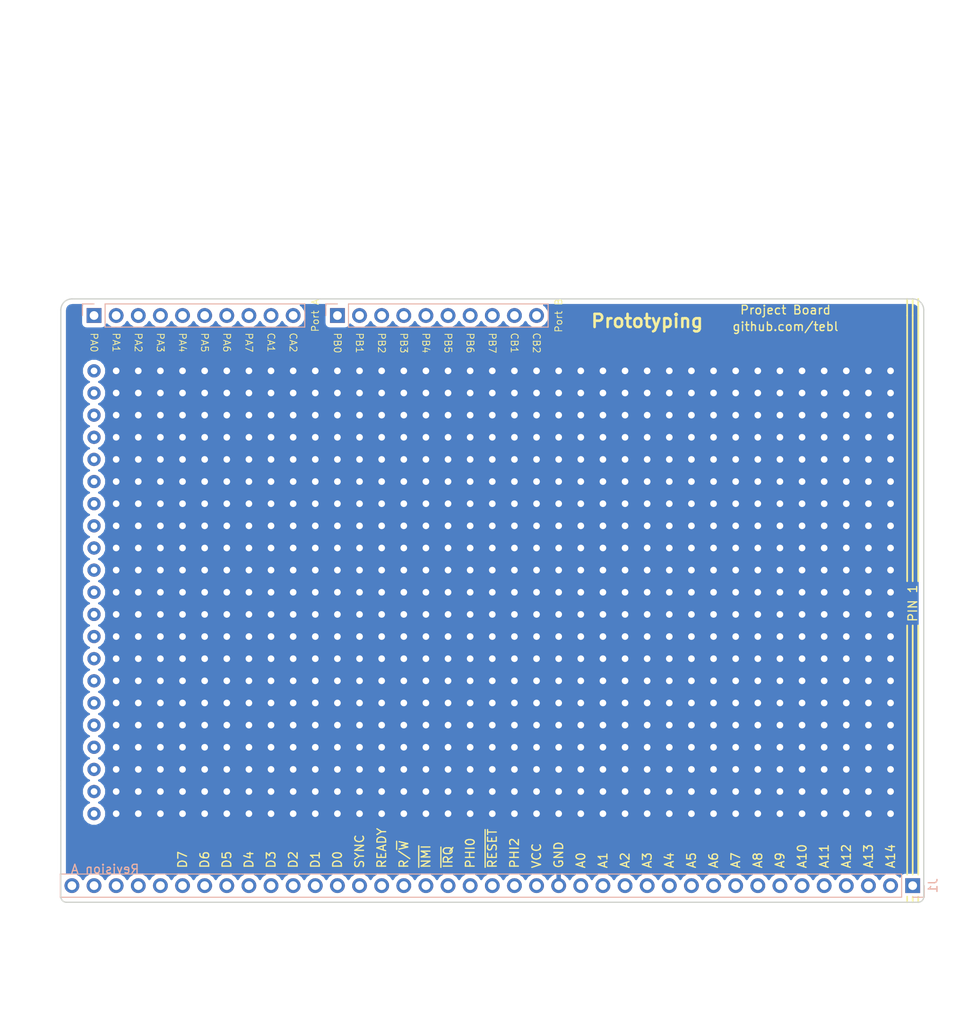
<source format=kicad_pcb>
(kicad_pcb (version 4) (host pcbnew 4.0.7)

  (general
    (links 0)
    (no_connects 0)
    (area 93.345 43.815 204.470001 161.290001)
    (thickness 1.6)
    (drawings 84)
    (tracks 0)
    (zones 0)
    (modules 40)
    (nets 2)
  )

  (page A4)
  (layers
    (0 F.Cu signal)
    (31 B.Cu signal)
    (32 B.Adhes user)
    (33 F.Adhes user)
    (34 B.Paste user)
    (35 F.Paste user)
    (36 B.SilkS user)
    (37 F.SilkS user)
    (38 B.Mask user)
    (39 F.Mask user)
    (40 Dwgs.User user)
    (41 Cmts.User user)
    (42 Eco1.User user)
    (43 Eco2.User user)
    (44 Edge.Cuts user)
    (45 Margin user)
    (46 B.CrtYd user)
    (47 F.CrtYd user)
    (48 B.Fab user)
    (49 F.Fab user)
  )

  (setup
    (last_trace_width 0.25)
    (user_trace_width 0.1)
    (trace_clearance 0.2)
    (zone_clearance 0.508)
    (zone_45_only no)
    (trace_min 0.01)
    (segment_width 0.2)
    (edge_width 0.15)
    (via_size 0.6)
    (via_drill 0.4)
    (via_min_size 0.4)
    (via_min_drill 0.3)
    (uvia_size 0.3)
    (uvia_drill 0.1)
    (uvias_allowed no)
    (uvia_min_size 0.2)
    (uvia_min_drill 0.1)
    (pcb_text_width 0.3)
    (pcb_text_size 1.5 1.5)
    (mod_edge_width 0.15)
    (mod_text_size 1 1)
    (mod_text_width 0.15)
    (pad_size 1.524 1.524)
    (pad_drill 0.762)
    (pad_to_mask_clearance 0.2)
    (aux_axis_origin 104.14 52.07)
    (visible_elements 7FFFF7FF)
    (pcbplotparams
      (layerselection 0x011fc_80000001)
      (usegerberextensions true)
      (excludeedgelayer true)
      (linewidth 0.100000)
      (plotframeref false)
      (viasonmask false)
      (mode 1)
      (useauxorigin false)
      (hpglpennumber 1)
      (hpglpenspeed 20)
      (hpglpendiameter 15)
      (hpglpenoverlay 2)
      (psnegative false)
      (psa4output false)
      (plotreference true)
      (plotvalue true)
      (plotinvisibletext false)
      (padsonsilk false)
      (subtractmaskfromsilk false)
      (outputformat 1)
      (mirror false)
      (drillshape 0)
      (scaleselection 1)
      (outputdirectory export/))
  )

  (net 0 "")
  (net 1 GND)

  (net_class Default "This is the default net class."
    (clearance 0.2)
    (trace_width 0.25)
    (via_dia 0.6)
    (via_drill 0.4)
    (uvia_dia 0.3)
    (uvia_drill 0.1)
    (add_net GND)
  )

  (net_class VCC ""
    (clearance 0.2)
    (trace_width 0.75)
    (via_dia 0.6)
    (via_drill 0.4)
    (uvia_dia 0.3)
    (uvia_drill 0.1)
  )

  (module Pin_Headers:Pin_Header_Straight_1x10_Pitch2.54mm (layer B.Cu) (tedit 5DFEB6B3) (tstamp 5DE6FA1F)
    (at 104.14 80.01 270)
    (descr "Through hole straight pin header, 1x10, 2.54mm pitch, single row")
    (tags "Through hole pin header THT 1x10 2.54mm single row")
    (path /5DE736F3)
    (fp_text reference J5 (at 2.54 0 540) (layer B.Fab)
      (effects (font (size 1 1) (thickness 0.15)) (justify mirror))
    )
    (fp_text value "Port A" (at 0 -25.4 270) (layer F.SilkS)
      (effects (font (size 0.8 0.8) (thickness 0.1)))
    )
    (fp_line (start -0.635 1.27) (end 1.27 1.27) (layer B.Fab) (width 0.1))
    (fp_line (start 1.27 1.27) (end 1.27 -24.13) (layer B.Fab) (width 0.1))
    (fp_line (start 1.27 -24.13) (end -1.27 -24.13) (layer B.Fab) (width 0.1))
    (fp_line (start -1.27 -24.13) (end -1.27 0.635) (layer B.Fab) (width 0.1))
    (fp_line (start -1.27 0.635) (end -0.635 1.27) (layer B.Fab) (width 0.1))
    (fp_line (start -1.33 -24.19) (end 1.33 -24.19) (layer B.SilkS) (width 0.12))
    (fp_line (start -1.33 -1.27) (end -1.33 -24.19) (layer B.SilkS) (width 0.12))
    (fp_line (start 1.33 -1.27) (end 1.33 -24.19) (layer B.SilkS) (width 0.12))
    (fp_line (start -1.33 -1.27) (end 1.33 -1.27) (layer B.SilkS) (width 0.12))
    (fp_line (start -1.33 0) (end -1.33 1.33) (layer B.SilkS) (width 0.12))
    (fp_line (start -1.33 1.33) (end 0 1.33) (layer B.SilkS) (width 0.12))
    (fp_line (start -1.8 1.8) (end -1.8 -24.65) (layer B.CrtYd) (width 0.05))
    (fp_line (start -1.8 -24.65) (end 1.8 -24.65) (layer B.CrtYd) (width 0.05))
    (fp_line (start 1.8 -24.65) (end 1.8 1.8) (layer B.CrtYd) (width 0.05))
    (fp_line (start 1.8 1.8) (end -1.8 1.8) (layer B.CrtYd) (width 0.05))
    (fp_text user %R (at 0 -11.43 540) (layer B.Fab)
      (effects (font (size 1 1) (thickness 0.15)) (justify mirror))
    )
    (pad 1 thru_hole rect (at 0 0 270) (size 1.7 1.7) (drill 1) (layers *.Cu *.Mask))
    (pad 2 thru_hole oval (at 0 -2.54 270) (size 1.7 1.7) (drill 1) (layers *.Cu *.Mask))
    (pad 3 thru_hole oval (at 0 -5.08 270) (size 1.7 1.7) (drill 1) (layers *.Cu *.Mask))
    (pad 4 thru_hole oval (at 0 -7.62 270) (size 1.7 1.7) (drill 1) (layers *.Cu *.Mask))
    (pad 5 thru_hole oval (at 0 -10.16 270) (size 1.7 1.7) (drill 1) (layers *.Cu *.Mask))
    (pad 6 thru_hole oval (at 0 -12.7 270) (size 1.7 1.7) (drill 1) (layers *.Cu *.Mask))
    (pad 7 thru_hole oval (at 0 -15.24 270) (size 1.7 1.7) (drill 1) (layers *.Cu *.Mask))
    (pad 8 thru_hole oval (at 0 -17.78 270) (size 1.7 1.7) (drill 1) (layers *.Cu *.Mask))
    (pad 9 thru_hole oval (at 0 -20.32 270) (size 1.7 1.7) (drill 1) (layers *.Cu *.Mask))
    (pad 10 thru_hole oval (at 0 -22.86 270) (size 1.7 1.7) (drill 1) (layers *.Cu *.Mask))
    (model ${KISYS3DMOD}/Pin_Headers.3dshapes/Pin_Header_Straight_1x10_Pitch2.54mm.wrl
      (at (xyz 0 0 0))
      (scale (xyz 1 1 1))
      (rotate (xyz 0 0 0))
    )
  )

  (module Pin_Headers:Pin_Header_Straight_1x10_Pitch2.54mm (layer B.Cu) (tedit 5DFEB6BE) (tstamp 5DE6FA2D)
    (at 132.08 80.01 270)
    (descr "Through hole straight pin header, 1x10, 2.54mm pitch, single row")
    (tags "Through hole pin header THT 1x10 2.54mm single row")
    (path /5DE7382E)
    (fp_text reference J6 (at 2.54 0 540) (layer B.Fab)
      (effects (font (size 1 1) (thickness 0.15)) (justify mirror))
    )
    (fp_text value "Port B" (at 0 -25.4 270) (layer F.SilkS)
      (effects (font (size 0.8 0.8) (thickness 0.1)))
    )
    (fp_line (start -0.635 1.27) (end 1.27 1.27) (layer B.Fab) (width 0.1))
    (fp_line (start 1.27 1.27) (end 1.27 -24.13) (layer B.Fab) (width 0.1))
    (fp_line (start 1.27 -24.13) (end -1.27 -24.13) (layer B.Fab) (width 0.1))
    (fp_line (start -1.27 -24.13) (end -1.27 0.635) (layer B.Fab) (width 0.1))
    (fp_line (start -1.27 0.635) (end -0.635 1.27) (layer B.Fab) (width 0.1))
    (fp_line (start -1.33 -24.19) (end 1.33 -24.19) (layer B.SilkS) (width 0.12))
    (fp_line (start -1.33 -1.27) (end -1.33 -24.19) (layer B.SilkS) (width 0.12))
    (fp_line (start 1.33 -1.27) (end 1.33 -24.19) (layer B.SilkS) (width 0.12))
    (fp_line (start -1.33 -1.27) (end 1.33 -1.27) (layer B.SilkS) (width 0.12))
    (fp_line (start -1.33 0) (end -1.33 1.33) (layer B.SilkS) (width 0.12))
    (fp_line (start -1.33 1.33) (end 0 1.33) (layer B.SilkS) (width 0.12))
    (fp_line (start -1.8 1.8) (end -1.8 -24.65) (layer B.CrtYd) (width 0.05))
    (fp_line (start -1.8 -24.65) (end 1.8 -24.65) (layer B.CrtYd) (width 0.05))
    (fp_line (start 1.8 -24.65) (end 1.8 1.8) (layer B.CrtYd) (width 0.05))
    (fp_line (start 1.8 1.8) (end -1.8 1.8) (layer B.CrtYd) (width 0.05))
    (fp_text user %R (at 0 -11.43 540) (layer B.Fab)
      (effects (font (size 1 1) (thickness 0.15)) (justify mirror))
    )
    (pad 1 thru_hole rect (at 0 0 270) (size 1.7 1.7) (drill 1) (layers *.Cu *.Mask))
    (pad 2 thru_hole oval (at 0 -2.54 270) (size 1.7 1.7) (drill 1) (layers *.Cu *.Mask))
    (pad 3 thru_hole oval (at 0 -5.08 270) (size 1.7 1.7) (drill 1) (layers *.Cu *.Mask))
    (pad 4 thru_hole oval (at 0 -7.62 270) (size 1.7 1.7) (drill 1) (layers *.Cu *.Mask))
    (pad 5 thru_hole oval (at 0 -10.16 270) (size 1.7 1.7) (drill 1) (layers *.Cu *.Mask))
    (pad 6 thru_hole oval (at 0 -12.7 270) (size 1.7 1.7) (drill 1) (layers *.Cu *.Mask))
    (pad 7 thru_hole oval (at 0 -15.24 270) (size 1.7 1.7) (drill 1) (layers *.Cu *.Mask))
    (pad 8 thru_hole oval (at 0 -17.78 270) (size 1.7 1.7) (drill 1) (layers *.Cu *.Mask))
    (pad 9 thru_hole oval (at 0 -20.32 270) (size 1.7 1.7) (drill 1) (layers *.Cu *.Mask))
    (pad 10 thru_hole oval (at 0 -22.86 270) (size 1.7 1.7) (drill 1) (layers *.Cu *.Mask))
    (model ${KISYS3DMOD}/Pin_Headers.3dshapes/Pin_Header_Straight_1x10_Pitch2.54mm.wrl
      (at (xyz 0 0 0))
      (scale (xyz 1 1 1))
      (rotate (xyz 0 0 0))
    )
  )

  (module Pin_Headers:Pin_Header_Straight_1x39_Pitch2.54mm (layer B.Cu) (tedit 59650532) (tstamp 5DFEB531)
    (at 198.12 145.415 90)
    (descr "Through hole straight pin header, 1x39, 2.54mm pitch, single row")
    (tags "Through hole pin header THT 1x39 2.54mm single row")
    (path /5DC149FA)
    (fp_text reference J1 (at 0 2.33 90) (layer B.SilkS)
      (effects (font (size 1 1) (thickness 0.15)) (justify mirror))
    )
    (fp_text value Signals (at 0 -98.85 90) (layer B.Fab)
      (effects (font (size 1 1) (thickness 0.15)) (justify mirror))
    )
    (fp_line (start -0.635 1.27) (end 1.27 1.27) (layer B.Fab) (width 0.1))
    (fp_line (start 1.27 1.27) (end 1.27 -97.79) (layer B.Fab) (width 0.1))
    (fp_line (start 1.27 -97.79) (end -1.27 -97.79) (layer B.Fab) (width 0.1))
    (fp_line (start -1.27 -97.79) (end -1.27 0.635) (layer B.Fab) (width 0.1))
    (fp_line (start -1.27 0.635) (end -0.635 1.27) (layer B.Fab) (width 0.1))
    (fp_line (start -1.33 -97.85) (end 1.33 -97.85) (layer B.SilkS) (width 0.12))
    (fp_line (start -1.33 -1.27) (end -1.33 -97.85) (layer B.SilkS) (width 0.12))
    (fp_line (start 1.33 -1.27) (end 1.33 -97.85) (layer B.SilkS) (width 0.12))
    (fp_line (start -1.33 -1.27) (end 1.33 -1.27) (layer B.SilkS) (width 0.12))
    (fp_line (start -1.33 0) (end -1.33 1.33) (layer B.SilkS) (width 0.12))
    (fp_line (start -1.33 1.33) (end 0 1.33) (layer B.SilkS) (width 0.12))
    (fp_line (start -1.8 1.8) (end -1.8 -98.3) (layer B.CrtYd) (width 0.05))
    (fp_line (start -1.8 -98.3) (end 1.8 -98.3) (layer B.CrtYd) (width 0.05))
    (fp_line (start 1.8 -98.3) (end 1.8 1.8) (layer B.CrtYd) (width 0.05))
    (fp_line (start 1.8 1.8) (end -1.8 1.8) (layer B.CrtYd) (width 0.05))
    (fp_text user %R (at 0 -48.26 360) (layer B.Fab)
      (effects (font (size 1 1) (thickness 0.15)) (justify mirror))
    )
    (pad 1 thru_hole rect (at 0 0 90) (size 1.7 1.7) (drill 1) (layers *.Cu *.Mask))
    (pad 2 thru_hole oval (at 0 -2.54 90) (size 1.7 1.7) (drill 1) (layers *.Cu *.Mask))
    (pad 3 thru_hole oval (at 0 -5.08 90) (size 1.7 1.7) (drill 1) (layers *.Cu *.Mask))
    (pad 4 thru_hole oval (at 0 -7.62 90) (size 1.7 1.7) (drill 1) (layers *.Cu *.Mask))
    (pad 5 thru_hole oval (at 0 -10.16 90) (size 1.7 1.7) (drill 1) (layers *.Cu *.Mask))
    (pad 6 thru_hole oval (at 0 -12.7 90) (size 1.7 1.7) (drill 1) (layers *.Cu *.Mask))
    (pad 7 thru_hole oval (at 0 -15.24 90) (size 1.7 1.7) (drill 1) (layers *.Cu *.Mask))
    (pad 8 thru_hole oval (at 0 -17.78 90) (size 1.7 1.7) (drill 1) (layers *.Cu *.Mask))
    (pad 9 thru_hole oval (at 0 -20.32 90) (size 1.7 1.7) (drill 1) (layers *.Cu *.Mask))
    (pad 10 thru_hole oval (at 0 -22.86 90) (size 1.7 1.7) (drill 1) (layers *.Cu *.Mask))
    (pad 11 thru_hole oval (at 0 -25.4 90) (size 1.7 1.7) (drill 1) (layers *.Cu *.Mask))
    (pad 12 thru_hole oval (at 0 -27.94 90) (size 1.7 1.7) (drill 1) (layers *.Cu *.Mask))
    (pad 13 thru_hole oval (at 0 -30.48 90) (size 1.7 1.7) (drill 1) (layers *.Cu *.Mask))
    (pad 14 thru_hole oval (at 0 -33.02 90) (size 1.7 1.7) (drill 1) (layers *.Cu *.Mask))
    (pad 15 thru_hole oval (at 0 -35.56 90) (size 1.7 1.7) (drill 1) (layers *.Cu *.Mask))
    (pad 16 thru_hole oval (at 0 -38.1 90) (size 1.7 1.7) (drill 1) (layers *.Cu *.Mask))
    (pad 17 thru_hole oval (at 0 -40.64 90) (size 1.7 1.7) (drill 1) (layers *.Cu *.Mask)
      (net 1 GND))
    (pad 18 thru_hole oval (at 0 -43.18 90) (size 1.7 1.7) (drill 1) (layers *.Cu *.Mask))
    (pad 19 thru_hole oval (at 0 -45.72 90) (size 1.7 1.7) (drill 1) (layers *.Cu *.Mask))
    (pad 20 thru_hole oval (at 0 -48.26 90) (size 1.7 1.7) (drill 1) (layers *.Cu *.Mask))
    (pad 21 thru_hole oval (at 0 -50.8 90) (size 1.7 1.7) (drill 1) (layers *.Cu *.Mask))
    (pad 22 thru_hole oval (at 0 -53.34 90) (size 1.7 1.7) (drill 1) (layers *.Cu *.Mask))
    (pad 23 thru_hole oval (at 0 -55.88 90) (size 1.7 1.7) (drill 1) (layers *.Cu *.Mask))
    (pad 24 thru_hole oval (at 0 -58.42 90) (size 1.7 1.7) (drill 1) (layers *.Cu *.Mask))
    (pad 25 thru_hole oval (at 0 -60.96 90) (size 1.7 1.7) (drill 1) (layers *.Cu *.Mask))
    (pad 26 thru_hole oval (at 0 -63.5 90) (size 1.7 1.7) (drill 1) (layers *.Cu *.Mask))
    (pad 27 thru_hole oval (at 0 -66.04 90) (size 1.7 1.7) (drill 1) (layers *.Cu *.Mask))
    (pad 28 thru_hole oval (at 0 -68.58 90) (size 1.7 1.7) (drill 1) (layers *.Cu *.Mask))
    (pad 29 thru_hole oval (at 0 -71.12 90) (size 1.7 1.7) (drill 1) (layers *.Cu *.Mask))
    (pad 30 thru_hole oval (at 0 -73.66 90) (size 1.7 1.7) (drill 1) (layers *.Cu *.Mask))
    (pad 31 thru_hole oval (at 0 -76.2 90) (size 1.7 1.7) (drill 1) (layers *.Cu *.Mask))
    (pad 32 thru_hole oval (at 0 -78.74 90) (size 1.7 1.7) (drill 1) (layers *.Cu *.Mask))
    (pad 33 thru_hole oval (at 0 -81.28 90) (size 1.7 1.7) (drill 1) (layers *.Cu *.Mask))
    (pad 34 thru_hole oval (at 0 -83.82 90) (size 1.7 1.7) (drill 1) (layers *.Cu *.Mask))
    (pad 35 thru_hole oval (at 0 -86.36 90) (size 1.7 1.7) (drill 1) (layers *.Cu *.Mask))
    (pad 36 thru_hole oval (at 0 -88.9 90) (size 1.7 1.7) (drill 1) (layers *.Cu *.Mask))
    (pad 37 thru_hole oval (at 0 -91.44 90) (size 1.7 1.7) (drill 1) (layers *.Cu *.Mask))
    (pad 38 thru_hole oval (at 0 -93.98 90) (size 1.7 1.7) (drill 1) (layers *.Cu *.Mask))
    (pad 39 thru_hole oval (at 0 -96.52 90) (size 1.7 1.7) (drill 1) (layers *.Cu *.Mask))
    (model ${KISYS3DMOD}/Pin_Headers.3dshapes/Pin_Header_Straight_1x39_Pitch2.54mm.wrl
      (at (xyz 0 0 0))
      (scale (xyz 1 1 1))
      (rotate (xyz 0 0 0))
    )
  )

  (module prototype:prototype_21 (layer F.Cu) (tedit 5D5D4039) (tstamp 5E00FBFE)
    (at 106.68 137.16)
    (path /5E0106FC)
    (fp_text reference P2 (at 0 5.08) (layer F.Fab) hide
      (effects (font (size 1 1) (thickness 0.15)))
    )
    (fp_text value Prototype_21 (at 0 2.54) (layer F.Fab) hide
      (effects (font (size 1 1) (thickness 0.15)))
    )
    (pad 1 thru_hole circle (at 0 0) (size 1.524 1.524) (drill 0.762) (layers *.Cu *.Mask))
    (pad 2 thru_hole circle (at 0 -2.54) (size 1.524 1.524) (drill 0.762) (layers *.Cu *.Mask))
    (pad 3 thru_hole circle (at 0 -5.08) (size 1.524 1.524) (drill 0.762) (layers *.Cu *.Mask))
    (pad 4 thru_hole circle (at 0 -7.62) (size 1.524 1.524) (drill 0.762) (layers *.Cu *.Mask))
    (pad 5 thru_hole circle (at 0 -10.16) (size 1.524 1.524) (drill 0.762) (layers *.Cu *.Mask))
    (pad 6 thru_hole circle (at 0 -12.7) (size 1.524 1.524) (drill 0.762) (layers *.Cu *.Mask))
    (pad 7 thru_hole circle (at 0 -15.24) (size 1.524 1.524) (drill 0.762) (layers *.Cu *.Mask))
    (pad 8 thru_hole circle (at 0 -17.78) (size 1.524 1.524) (drill 0.762) (layers *.Cu *.Mask))
    (pad 9 thru_hole circle (at 0 -20.32) (size 1.524 1.524) (drill 0.762) (layers *.Cu *.Mask))
    (pad 10 thru_hole circle (at 0 -22.86) (size 1.524 1.524) (drill 0.762) (layers *.Cu *.Mask))
    (pad 11 thru_hole circle (at 0 -25.4) (size 1.524 1.524) (drill 0.762) (layers *.Cu *.Mask))
    (pad 12 thru_hole circle (at 0 -27.94) (size 1.524 1.524) (drill 0.762) (layers *.Cu *.Mask))
    (pad 13 thru_hole circle (at 0 -30.48) (size 1.524 1.524) (drill 0.762) (layers *.Cu *.Mask))
    (pad 14 thru_hole circle (at 0 -33.02) (size 1.524 1.524) (drill 0.762) (layers *.Cu *.Mask))
    (pad 15 thru_hole circle (at 0 -35.56) (size 1.524 1.524) (drill 0.762) (layers *.Cu *.Mask))
    (pad 16 thru_hole circle (at 0 -38.1) (size 1.524 1.524) (drill 0.762) (layers *.Cu *.Mask))
    (pad 17 thru_hole circle (at 0 -40.64) (size 1.524 1.524) (drill 0.762) (layers *.Cu *.Mask))
    (pad 18 thru_hole circle (at 0 -43.18) (size 1.524 1.524) (drill 0.762) (layers *.Cu *.Mask))
    (pad 19 thru_hole circle (at 0 -45.72) (size 1.524 1.524) (drill 0.762) (layers *.Cu *.Mask))
    (pad 20 thru_hole circle (at 0 -48.26) (size 1.524 1.524) (drill 0.762) (layers *.Cu *.Mask))
    (pad 21 thru_hole circle (at 0 -50.8) (size 1.524 1.524) (drill 0.762) (layers *.Cu *.Mask))
  )

  (module prototype:prototype_21 (layer F.Cu) (tedit 5D5D4039) (tstamp 5E010053)
    (at 104.14 137.16)
    (path /5E010418)
    (fp_text reference P1 (at 0 5.08) (layer F.Fab) hide
      (effects (font (size 1 1) (thickness 0.15)))
    )
    (fp_text value Prototype_21 (at 0 2.54) (layer F.Fab) hide
      (effects (font (size 1 1) (thickness 0.15)))
    )
    (pad 1 thru_hole circle (at 0 0) (size 1.524 1.524) (drill 0.762) (layers *.Cu *.Mask))
    (pad 2 thru_hole circle (at 0 -2.54) (size 1.524 1.524) (drill 0.762) (layers *.Cu *.Mask))
    (pad 3 thru_hole circle (at 0 -5.08) (size 1.524 1.524) (drill 0.762) (layers *.Cu *.Mask))
    (pad 4 thru_hole circle (at 0 -7.62) (size 1.524 1.524) (drill 0.762) (layers *.Cu *.Mask))
    (pad 5 thru_hole circle (at 0 -10.16) (size 1.524 1.524) (drill 0.762) (layers *.Cu *.Mask))
    (pad 6 thru_hole circle (at 0 -12.7) (size 1.524 1.524) (drill 0.762) (layers *.Cu *.Mask))
    (pad 7 thru_hole circle (at 0 -15.24) (size 1.524 1.524) (drill 0.762) (layers *.Cu *.Mask))
    (pad 8 thru_hole circle (at 0 -17.78) (size 1.524 1.524) (drill 0.762) (layers *.Cu *.Mask))
    (pad 9 thru_hole circle (at 0 -20.32) (size 1.524 1.524) (drill 0.762) (layers *.Cu *.Mask))
    (pad 10 thru_hole circle (at 0 -22.86) (size 1.524 1.524) (drill 0.762) (layers *.Cu *.Mask))
    (pad 11 thru_hole circle (at 0 -25.4) (size 1.524 1.524) (drill 0.762) (layers *.Cu *.Mask))
    (pad 12 thru_hole circle (at 0 -27.94) (size 1.524 1.524) (drill 0.762) (layers *.Cu *.Mask))
    (pad 13 thru_hole circle (at 0 -30.48) (size 1.524 1.524) (drill 0.762) (layers *.Cu *.Mask))
    (pad 14 thru_hole circle (at 0 -33.02) (size 1.524 1.524) (drill 0.762) (layers *.Cu *.Mask))
    (pad 15 thru_hole circle (at 0 -35.56) (size 1.524 1.524) (drill 0.762) (layers *.Cu *.Mask))
    (pad 16 thru_hole circle (at 0 -38.1) (size 1.524 1.524) (drill 0.762) (layers *.Cu *.Mask))
    (pad 17 thru_hole circle (at 0 -40.64) (size 1.524 1.524) (drill 0.762) (layers *.Cu *.Mask))
    (pad 18 thru_hole circle (at 0 -43.18) (size 1.524 1.524) (drill 0.762) (layers *.Cu *.Mask))
    (pad 19 thru_hole circle (at 0 -45.72) (size 1.524 1.524) (drill 0.762) (layers *.Cu *.Mask))
    (pad 20 thru_hole circle (at 0 -48.26) (size 1.524 1.524) (drill 0.762) (layers *.Cu *.Mask))
    (pad 21 thru_hole circle (at 0 -50.8) (size 1.524 1.524) (drill 0.762) (layers *.Cu *.Mask))
  )

  (module prototype:prototype_21 (layer F.Cu) (tedit 5D5D4039) (tstamp 5E01006C)
    (at 109.22 137.16)
    (path /5E010710)
    (fp_text reference P3 (at 0 5.08) (layer F.Fab) hide
      (effects (font (size 1 1) (thickness 0.15)))
    )
    (fp_text value Prototype_21 (at 0 2.54) (layer F.Fab) hide
      (effects (font (size 1 1) (thickness 0.15)))
    )
    (pad 1 thru_hole circle (at 0 0) (size 1.524 1.524) (drill 0.762) (layers *.Cu *.Mask))
    (pad 2 thru_hole circle (at 0 -2.54) (size 1.524 1.524) (drill 0.762) (layers *.Cu *.Mask))
    (pad 3 thru_hole circle (at 0 -5.08) (size 1.524 1.524) (drill 0.762) (layers *.Cu *.Mask))
    (pad 4 thru_hole circle (at 0 -7.62) (size 1.524 1.524) (drill 0.762) (layers *.Cu *.Mask))
    (pad 5 thru_hole circle (at 0 -10.16) (size 1.524 1.524) (drill 0.762) (layers *.Cu *.Mask))
    (pad 6 thru_hole circle (at 0 -12.7) (size 1.524 1.524) (drill 0.762) (layers *.Cu *.Mask))
    (pad 7 thru_hole circle (at 0 -15.24) (size 1.524 1.524) (drill 0.762) (layers *.Cu *.Mask))
    (pad 8 thru_hole circle (at 0 -17.78) (size 1.524 1.524) (drill 0.762) (layers *.Cu *.Mask))
    (pad 9 thru_hole circle (at 0 -20.32) (size 1.524 1.524) (drill 0.762) (layers *.Cu *.Mask))
    (pad 10 thru_hole circle (at 0 -22.86) (size 1.524 1.524) (drill 0.762) (layers *.Cu *.Mask))
    (pad 11 thru_hole circle (at 0 -25.4) (size 1.524 1.524) (drill 0.762) (layers *.Cu *.Mask))
    (pad 12 thru_hole circle (at 0 -27.94) (size 1.524 1.524) (drill 0.762) (layers *.Cu *.Mask))
    (pad 13 thru_hole circle (at 0 -30.48) (size 1.524 1.524) (drill 0.762) (layers *.Cu *.Mask))
    (pad 14 thru_hole circle (at 0 -33.02) (size 1.524 1.524) (drill 0.762) (layers *.Cu *.Mask))
    (pad 15 thru_hole circle (at 0 -35.56) (size 1.524 1.524) (drill 0.762) (layers *.Cu *.Mask))
    (pad 16 thru_hole circle (at 0 -38.1) (size 1.524 1.524) (drill 0.762) (layers *.Cu *.Mask))
    (pad 17 thru_hole circle (at 0 -40.64) (size 1.524 1.524) (drill 0.762) (layers *.Cu *.Mask))
    (pad 18 thru_hole circle (at 0 -43.18) (size 1.524 1.524) (drill 0.762) (layers *.Cu *.Mask))
    (pad 19 thru_hole circle (at 0 -45.72) (size 1.524 1.524) (drill 0.762) (layers *.Cu *.Mask))
    (pad 20 thru_hole circle (at 0 -48.26) (size 1.524 1.524) (drill 0.762) (layers *.Cu *.Mask))
    (pad 21 thru_hole circle (at 0 -50.8) (size 1.524 1.524) (drill 0.762) (layers *.Cu *.Mask))
  )

  (module prototype:prototype_21 (layer F.Cu) (tedit 5D5D4039) (tstamp 5E010085)
    (at 111.76 137.16)
    (path /5E010724)
    (fp_text reference P4 (at 0 5.08) (layer F.Fab) hide
      (effects (font (size 1 1) (thickness 0.15)))
    )
    (fp_text value Prototype_21 (at 0 2.54) (layer F.Fab) hide
      (effects (font (size 1 1) (thickness 0.15)))
    )
    (pad 1 thru_hole circle (at 0 0) (size 1.524 1.524) (drill 0.762) (layers *.Cu *.Mask))
    (pad 2 thru_hole circle (at 0 -2.54) (size 1.524 1.524) (drill 0.762) (layers *.Cu *.Mask))
    (pad 3 thru_hole circle (at 0 -5.08) (size 1.524 1.524) (drill 0.762) (layers *.Cu *.Mask))
    (pad 4 thru_hole circle (at 0 -7.62) (size 1.524 1.524) (drill 0.762) (layers *.Cu *.Mask))
    (pad 5 thru_hole circle (at 0 -10.16) (size 1.524 1.524) (drill 0.762) (layers *.Cu *.Mask))
    (pad 6 thru_hole circle (at 0 -12.7) (size 1.524 1.524) (drill 0.762) (layers *.Cu *.Mask))
    (pad 7 thru_hole circle (at 0 -15.24) (size 1.524 1.524) (drill 0.762) (layers *.Cu *.Mask))
    (pad 8 thru_hole circle (at 0 -17.78) (size 1.524 1.524) (drill 0.762) (layers *.Cu *.Mask))
    (pad 9 thru_hole circle (at 0 -20.32) (size 1.524 1.524) (drill 0.762) (layers *.Cu *.Mask))
    (pad 10 thru_hole circle (at 0 -22.86) (size 1.524 1.524) (drill 0.762) (layers *.Cu *.Mask))
    (pad 11 thru_hole circle (at 0 -25.4) (size 1.524 1.524) (drill 0.762) (layers *.Cu *.Mask))
    (pad 12 thru_hole circle (at 0 -27.94) (size 1.524 1.524) (drill 0.762) (layers *.Cu *.Mask))
    (pad 13 thru_hole circle (at 0 -30.48) (size 1.524 1.524) (drill 0.762) (layers *.Cu *.Mask))
    (pad 14 thru_hole circle (at 0 -33.02) (size 1.524 1.524) (drill 0.762) (layers *.Cu *.Mask))
    (pad 15 thru_hole circle (at 0 -35.56) (size 1.524 1.524) (drill 0.762) (layers *.Cu *.Mask))
    (pad 16 thru_hole circle (at 0 -38.1) (size 1.524 1.524) (drill 0.762) (layers *.Cu *.Mask))
    (pad 17 thru_hole circle (at 0 -40.64) (size 1.524 1.524) (drill 0.762) (layers *.Cu *.Mask))
    (pad 18 thru_hole circle (at 0 -43.18) (size 1.524 1.524) (drill 0.762) (layers *.Cu *.Mask))
    (pad 19 thru_hole circle (at 0 -45.72) (size 1.524 1.524) (drill 0.762) (layers *.Cu *.Mask))
    (pad 20 thru_hole circle (at 0 -48.26) (size 1.524 1.524) (drill 0.762) (layers *.Cu *.Mask))
    (pad 21 thru_hole circle (at 0 -50.8) (size 1.524 1.524) (drill 0.762) (layers *.Cu *.Mask))
  )

  (module prototype:prototype_21 (layer F.Cu) (tedit 5D5D4039) (tstamp 5E01009E)
    (at 114.3 137.16)
    (path /5E010738)
    (fp_text reference P5 (at 0 5.08) (layer F.Fab) hide
      (effects (font (size 1 1) (thickness 0.15)))
    )
    (fp_text value Prototype_21 (at 0 2.54) (layer F.Fab) hide
      (effects (font (size 1 1) (thickness 0.15)))
    )
    (pad 1 thru_hole circle (at 0 0) (size 1.524 1.524) (drill 0.762) (layers *.Cu *.Mask))
    (pad 2 thru_hole circle (at 0 -2.54) (size 1.524 1.524) (drill 0.762) (layers *.Cu *.Mask))
    (pad 3 thru_hole circle (at 0 -5.08) (size 1.524 1.524) (drill 0.762) (layers *.Cu *.Mask))
    (pad 4 thru_hole circle (at 0 -7.62) (size 1.524 1.524) (drill 0.762) (layers *.Cu *.Mask))
    (pad 5 thru_hole circle (at 0 -10.16) (size 1.524 1.524) (drill 0.762) (layers *.Cu *.Mask))
    (pad 6 thru_hole circle (at 0 -12.7) (size 1.524 1.524) (drill 0.762) (layers *.Cu *.Mask))
    (pad 7 thru_hole circle (at 0 -15.24) (size 1.524 1.524) (drill 0.762) (layers *.Cu *.Mask))
    (pad 8 thru_hole circle (at 0 -17.78) (size 1.524 1.524) (drill 0.762) (layers *.Cu *.Mask))
    (pad 9 thru_hole circle (at 0 -20.32) (size 1.524 1.524) (drill 0.762) (layers *.Cu *.Mask))
    (pad 10 thru_hole circle (at 0 -22.86) (size 1.524 1.524) (drill 0.762) (layers *.Cu *.Mask))
    (pad 11 thru_hole circle (at 0 -25.4) (size 1.524 1.524) (drill 0.762) (layers *.Cu *.Mask))
    (pad 12 thru_hole circle (at 0 -27.94) (size 1.524 1.524) (drill 0.762) (layers *.Cu *.Mask))
    (pad 13 thru_hole circle (at 0 -30.48) (size 1.524 1.524) (drill 0.762) (layers *.Cu *.Mask))
    (pad 14 thru_hole circle (at 0 -33.02) (size 1.524 1.524) (drill 0.762) (layers *.Cu *.Mask))
    (pad 15 thru_hole circle (at 0 -35.56) (size 1.524 1.524) (drill 0.762) (layers *.Cu *.Mask))
    (pad 16 thru_hole circle (at 0 -38.1) (size 1.524 1.524) (drill 0.762) (layers *.Cu *.Mask))
    (pad 17 thru_hole circle (at 0 -40.64) (size 1.524 1.524) (drill 0.762) (layers *.Cu *.Mask))
    (pad 18 thru_hole circle (at 0 -43.18) (size 1.524 1.524) (drill 0.762) (layers *.Cu *.Mask))
    (pad 19 thru_hole circle (at 0 -45.72) (size 1.524 1.524) (drill 0.762) (layers *.Cu *.Mask))
    (pad 20 thru_hole circle (at 0 -48.26) (size 1.524 1.524) (drill 0.762) (layers *.Cu *.Mask))
    (pad 21 thru_hole circle (at 0 -50.8) (size 1.524 1.524) (drill 0.762) (layers *.Cu *.Mask))
  )

  (module prototype:prototype_21 (layer F.Cu) (tedit 5D5D4039) (tstamp 5E0100B7)
    (at 116.84 137.16)
    (path /5E01074C)
    (fp_text reference P6 (at 0 5.08) (layer F.Fab) hide
      (effects (font (size 1 1) (thickness 0.15)))
    )
    (fp_text value Prototype_21 (at 0 2.54) (layer F.Fab) hide
      (effects (font (size 1 1) (thickness 0.15)))
    )
    (pad 1 thru_hole circle (at 0 0) (size 1.524 1.524) (drill 0.762) (layers *.Cu *.Mask))
    (pad 2 thru_hole circle (at 0 -2.54) (size 1.524 1.524) (drill 0.762) (layers *.Cu *.Mask))
    (pad 3 thru_hole circle (at 0 -5.08) (size 1.524 1.524) (drill 0.762) (layers *.Cu *.Mask))
    (pad 4 thru_hole circle (at 0 -7.62) (size 1.524 1.524) (drill 0.762) (layers *.Cu *.Mask))
    (pad 5 thru_hole circle (at 0 -10.16) (size 1.524 1.524) (drill 0.762) (layers *.Cu *.Mask))
    (pad 6 thru_hole circle (at 0 -12.7) (size 1.524 1.524) (drill 0.762) (layers *.Cu *.Mask))
    (pad 7 thru_hole circle (at 0 -15.24) (size 1.524 1.524) (drill 0.762) (layers *.Cu *.Mask))
    (pad 8 thru_hole circle (at 0 -17.78) (size 1.524 1.524) (drill 0.762) (layers *.Cu *.Mask))
    (pad 9 thru_hole circle (at 0 -20.32) (size 1.524 1.524) (drill 0.762) (layers *.Cu *.Mask))
    (pad 10 thru_hole circle (at 0 -22.86) (size 1.524 1.524) (drill 0.762) (layers *.Cu *.Mask))
    (pad 11 thru_hole circle (at 0 -25.4) (size 1.524 1.524) (drill 0.762) (layers *.Cu *.Mask))
    (pad 12 thru_hole circle (at 0 -27.94) (size 1.524 1.524) (drill 0.762) (layers *.Cu *.Mask))
    (pad 13 thru_hole circle (at 0 -30.48) (size 1.524 1.524) (drill 0.762) (layers *.Cu *.Mask))
    (pad 14 thru_hole circle (at 0 -33.02) (size 1.524 1.524) (drill 0.762) (layers *.Cu *.Mask))
    (pad 15 thru_hole circle (at 0 -35.56) (size 1.524 1.524) (drill 0.762) (layers *.Cu *.Mask))
    (pad 16 thru_hole circle (at 0 -38.1) (size 1.524 1.524) (drill 0.762) (layers *.Cu *.Mask))
    (pad 17 thru_hole circle (at 0 -40.64) (size 1.524 1.524) (drill 0.762) (layers *.Cu *.Mask))
    (pad 18 thru_hole circle (at 0 -43.18) (size 1.524 1.524) (drill 0.762) (layers *.Cu *.Mask))
    (pad 19 thru_hole circle (at 0 -45.72) (size 1.524 1.524) (drill 0.762) (layers *.Cu *.Mask))
    (pad 20 thru_hole circle (at 0 -48.26) (size 1.524 1.524) (drill 0.762) (layers *.Cu *.Mask))
    (pad 21 thru_hole circle (at 0 -50.8) (size 1.524 1.524) (drill 0.762) (layers *.Cu *.Mask))
  )

  (module prototype:prototype_21 (layer F.Cu) (tedit 5D5D4039) (tstamp 5E0100D0)
    (at 119.38 137.16)
    (path /5E010752)
    (fp_text reference P7 (at 0 5.08) (layer F.Fab) hide
      (effects (font (size 1 1) (thickness 0.15)))
    )
    (fp_text value Prototype_21 (at 0 2.54) (layer F.Fab) hide
      (effects (font (size 1 1) (thickness 0.15)))
    )
    (pad 1 thru_hole circle (at 0 0) (size 1.524 1.524) (drill 0.762) (layers *.Cu *.Mask))
    (pad 2 thru_hole circle (at 0 -2.54) (size 1.524 1.524) (drill 0.762) (layers *.Cu *.Mask))
    (pad 3 thru_hole circle (at 0 -5.08) (size 1.524 1.524) (drill 0.762) (layers *.Cu *.Mask))
    (pad 4 thru_hole circle (at 0 -7.62) (size 1.524 1.524) (drill 0.762) (layers *.Cu *.Mask))
    (pad 5 thru_hole circle (at 0 -10.16) (size 1.524 1.524) (drill 0.762) (layers *.Cu *.Mask))
    (pad 6 thru_hole circle (at 0 -12.7) (size 1.524 1.524) (drill 0.762) (layers *.Cu *.Mask))
    (pad 7 thru_hole circle (at 0 -15.24) (size 1.524 1.524) (drill 0.762) (layers *.Cu *.Mask))
    (pad 8 thru_hole circle (at 0 -17.78) (size 1.524 1.524) (drill 0.762) (layers *.Cu *.Mask))
    (pad 9 thru_hole circle (at 0 -20.32) (size 1.524 1.524) (drill 0.762) (layers *.Cu *.Mask))
    (pad 10 thru_hole circle (at 0 -22.86) (size 1.524 1.524) (drill 0.762) (layers *.Cu *.Mask))
    (pad 11 thru_hole circle (at 0 -25.4) (size 1.524 1.524) (drill 0.762) (layers *.Cu *.Mask))
    (pad 12 thru_hole circle (at 0 -27.94) (size 1.524 1.524) (drill 0.762) (layers *.Cu *.Mask))
    (pad 13 thru_hole circle (at 0 -30.48) (size 1.524 1.524) (drill 0.762) (layers *.Cu *.Mask))
    (pad 14 thru_hole circle (at 0 -33.02) (size 1.524 1.524) (drill 0.762) (layers *.Cu *.Mask))
    (pad 15 thru_hole circle (at 0 -35.56) (size 1.524 1.524) (drill 0.762) (layers *.Cu *.Mask))
    (pad 16 thru_hole circle (at 0 -38.1) (size 1.524 1.524) (drill 0.762) (layers *.Cu *.Mask))
    (pad 17 thru_hole circle (at 0 -40.64) (size 1.524 1.524) (drill 0.762) (layers *.Cu *.Mask))
    (pad 18 thru_hole circle (at 0 -43.18) (size 1.524 1.524) (drill 0.762) (layers *.Cu *.Mask))
    (pad 19 thru_hole circle (at 0 -45.72) (size 1.524 1.524) (drill 0.762) (layers *.Cu *.Mask))
    (pad 20 thru_hole circle (at 0 -48.26) (size 1.524 1.524) (drill 0.762) (layers *.Cu *.Mask))
    (pad 21 thru_hole circle (at 0 -50.8) (size 1.524 1.524) (drill 0.762) (layers *.Cu *.Mask))
  )

  (module prototype:prototype_21 (layer F.Cu) (tedit 5D5D4039) (tstamp 5E0100E9)
    (at 121.92 137.16)
    (path /5E010758)
    (fp_text reference P8 (at 0 5.08) (layer F.Fab) hide
      (effects (font (size 1 1) (thickness 0.15)))
    )
    (fp_text value Prototype_21 (at 0 2.54) (layer F.Fab) hide
      (effects (font (size 1 1) (thickness 0.15)))
    )
    (pad 1 thru_hole circle (at 0 0) (size 1.524 1.524) (drill 0.762) (layers *.Cu *.Mask))
    (pad 2 thru_hole circle (at 0 -2.54) (size 1.524 1.524) (drill 0.762) (layers *.Cu *.Mask))
    (pad 3 thru_hole circle (at 0 -5.08) (size 1.524 1.524) (drill 0.762) (layers *.Cu *.Mask))
    (pad 4 thru_hole circle (at 0 -7.62) (size 1.524 1.524) (drill 0.762) (layers *.Cu *.Mask))
    (pad 5 thru_hole circle (at 0 -10.16) (size 1.524 1.524) (drill 0.762) (layers *.Cu *.Mask))
    (pad 6 thru_hole circle (at 0 -12.7) (size 1.524 1.524) (drill 0.762) (layers *.Cu *.Mask))
    (pad 7 thru_hole circle (at 0 -15.24) (size 1.524 1.524) (drill 0.762) (layers *.Cu *.Mask))
    (pad 8 thru_hole circle (at 0 -17.78) (size 1.524 1.524) (drill 0.762) (layers *.Cu *.Mask))
    (pad 9 thru_hole circle (at 0 -20.32) (size 1.524 1.524) (drill 0.762) (layers *.Cu *.Mask))
    (pad 10 thru_hole circle (at 0 -22.86) (size 1.524 1.524) (drill 0.762) (layers *.Cu *.Mask))
    (pad 11 thru_hole circle (at 0 -25.4) (size 1.524 1.524) (drill 0.762) (layers *.Cu *.Mask))
    (pad 12 thru_hole circle (at 0 -27.94) (size 1.524 1.524) (drill 0.762) (layers *.Cu *.Mask))
    (pad 13 thru_hole circle (at 0 -30.48) (size 1.524 1.524) (drill 0.762) (layers *.Cu *.Mask))
    (pad 14 thru_hole circle (at 0 -33.02) (size 1.524 1.524) (drill 0.762) (layers *.Cu *.Mask))
    (pad 15 thru_hole circle (at 0 -35.56) (size 1.524 1.524) (drill 0.762) (layers *.Cu *.Mask))
    (pad 16 thru_hole circle (at 0 -38.1) (size 1.524 1.524) (drill 0.762) (layers *.Cu *.Mask))
    (pad 17 thru_hole circle (at 0 -40.64) (size 1.524 1.524) (drill 0.762) (layers *.Cu *.Mask))
    (pad 18 thru_hole circle (at 0 -43.18) (size 1.524 1.524) (drill 0.762) (layers *.Cu *.Mask))
    (pad 19 thru_hole circle (at 0 -45.72) (size 1.524 1.524) (drill 0.762) (layers *.Cu *.Mask))
    (pad 20 thru_hole circle (at 0 -48.26) (size 1.524 1.524) (drill 0.762) (layers *.Cu *.Mask))
    (pad 21 thru_hole circle (at 0 -50.8) (size 1.524 1.524) (drill 0.762) (layers *.Cu *.Mask))
  )

  (module prototype:prototype_21 (layer F.Cu) (tedit 5D5D4039) (tstamp 5E010102)
    (at 124.46 137.16)
    (path /5E01075E)
    (fp_text reference P9 (at 0 5.08) (layer F.Fab) hide
      (effects (font (size 1 1) (thickness 0.15)))
    )
    (fp_text value Prototype_21 (at 0 2.54) (layer F.Fab) hide
      (effects (font (size 1 1) (thickness 0.15)))
    )
    (pad 1 thru_hole circle (at 0 0) (size 1.524 1.524) (drill 0.762) (layers *.Cu *.Mask))
    (pad 2 thru_hole circle (at 0 -2.54) (size 1.524 1.524) (drill 0.762) (layers *.Cu *.Mask))
    (pad 3 thru_hole circle (at 0 -5.08) (size 1.524 1.524) (drill 0.762) (layers *.Cu *.Mask))
    (pad 4 thru_hole circle (at 0 -7.62) (size 1.524 1.524) (drill 0.762) (layers *.Cu *.Mask))
    (pad 5 thru_hole circle (at 0 -10.16) (size 1.524 1.524) (drill 0.762) (layers *.Cu *.Mask))
    (pad 6 thru_hole circle (at 0 -12.7) (size 1.524 1.524) (drill 0.762) (layers *.Cu *.Mask))
    (pad 7 thru_hole circle (at 0 -15.24) (size 1.524 1.524) (drill 0.762) (layers *.Cu *.Mask))
    (pad 8 thru_hole circle (at 0 -17.78) (size 1.524 1.524) (drill 0.762) (layers *.Cu *.Mask))
    (pad 9 thru_hole circle (at 0 -20.32) (size 1.524 1.524) (drill 0.762) (layers *.Cu *.Mask))
    (pad 10 thru_hole circle (at 0 -22.86) (size 1.524 1.524) (drill 0.762) (layers *.Cu *.Mask))
    (pad 11 thru_hole circle (at 0 -25.4) (size 1.524 1.524) (drill 0.762) (layers *.Cu *.Mask))
    (pad 12 thru_hole circle (at 0 -27.94) (size 1.524 1.524) (drill 0.762) (layers *.Cu *.Mask))
    (pad 13 thru_hole circle (at 0 -30.48) (size 1.524 1.524) (drill 0.762) (layers *.Cu *.Mask))
    (pad 14 thru_hole circle (at 0 -33.02) (size 1.524 1.524) (drill 0.762) (layers *.Cu *.Mask))
    (pad 15 thru_hole circle (at 0 -35.56) (size 1.524 1.524) (drill 0.762) (layers *.Cu *.Mask))
    (pad 16 thru_hole circle (at 0 -38.1) (size 1.524 1.524) (drill 0.762) (layers *.Cu *.Mask))
    (pad 17 thru_hole circle (at 0 -40.64) (size 1.524 1.524) (drill 0.762) (layers *.Cu *.Mask))
    (pad 18 thru_hole circle (at 0 -43.18) (size 1.524 1.524) (drill 0.762) (layers *.Cu *.Mask))
    (pad 19 thru_hole circle (at 0 -45.72) (size 1.524 1.524) (drill 0.762) (layers *.Cu *.Mask))
    (pad 20 thru_hole circle (at 0 -48.26) (size 1.524 1.524) (drill 0.762) (layers *.Cu *.Mask))
    (pad 21 thru_hole circle (at 0 -50.8) (size 1.524 1.524) (drill 0.762) (layers *.Cu *.Mask))
  )

  (module prototype:prototype_21 (layer F.Cu) (tedit 5D5D4039) (tstamp 5E01011B)
    (at 127 137.16)
    (path /5E010764)
    (fp_text reference P10 (at 0 5.08) (layer F.Fab) hide
      (effects (font (size 1 1) (thickness 0.15)))
    )
    (fp_text value Prototype_21 (at 0 2.54) (layer F.Fab) hide
      (effects (font (size 1 1) (thickness 0.15)))
    )
    (pad 1 thru_hole circle (at 0 0) (size 1.524 1.524) (drill 0.762) (layers *.Cu *.Mask))
    (pad 2 thru_hole circle (at 0 -2.54) (size 1.524 1.524) (drill 0.762) (layers *.Cu *.Mask))
    (pad 3 thru_hole circle (at 0 -5.08) (size 1.524 1.524) (drill 0.762) (layers *.Cu *.Mask))
    (pad 4 thru_hole circle (at 0 -7.62) (size 1.524 1.524) (drill 0.762) (layers *.Cu *.Mask))
    (pad 5 thru_hole circle (at 0 -10.16) (size 1.524 1.524) (drill 0.762) (layers *.Cu *.Mask))
    (pad 6 thru_hole circle (at 0 -12.7) (size 1.524 1.524) (drill 0.762) (layers *.Cu *.Mask))
    (pad 7 thru_hole circle (at 0 -15.24) (size 1.524 1.524) (drill 0.762) (layers *.Cu *.Mask))
    (pad 8 thru_hole circle (at 0 -17.78) (size 1.524 1.524) (drill 0.762) (layers *.Cu *.Mask))
    (pad 9 thru_hole circle (at 0 -20.32) (size 1.524 1.524) (drill 0.762) (layers *.Cu *.Mask))
    (pad 10 thru_hole circle (at 0 -22.86) (size 1.524 1.524) (drill 0.762) (layers *.Cu *.Mask))
    (pad 11 thru_hole circle (at 0 -25.4) (size 1.524 1.524) (drill 0.762) (layers *.Cu *.Mask))
    (pad 12 thru_hole circle (at 0 -27.94) (size 1.524 1.524) (drill 0.762) (layers *.Cu *.Mask))
    (pad 13 thru_hole circle (at 0 -30.48) (size 1.524 1.524) (drill 0.762) (layers *.Cu *.Mask))
    (pad 14 thru_hole circle (at 0 -33.02) (size 1.524 1.524) (drill 0.762) (layers *.Cu *.Mask))
    (pad 15 thru_hole circle (at 0 -35.56) (size 1.524 1.524) (drill 0.762) (layers *.Cu *.Mask))
    (pad 16 thru_hole circle (at 0 -38.1) (size 1.524 1.524) (drill 0.762) (layers *.Cu *.Mask))
    (pad 17 thru_hole circle (at 0 -40.64) (size 1.524 1.524) (drill 0.762) (layers *.Cu *.Mask))
    (pad 18 thru_hole circle (at 0 -43.18) (size 1.524 1.524) (drill 0.762) (layers *.Cu *.Mask))
    (pad 19 thru_hole circle (at 0 -45.72) (size 1.524 1.524) (drill 0.762) (layers *.Cu *.Mask))
    (pad 20 thru_hole circle (at 0 -48.26) (size 1.524 1.524) (drill 0.762) (layers *.Cu *.Mask))
    (pad 21 thru_hole circle (at 0 -50.8) (size 1.524 1.524) (drill 0.762) (layers *.Cu *.Mask))
  )

  (module prototype:prototype_21 (layer F.Cu) (tedit 5D5D4039) (tstamp 5E010134)
    (at 129.54 137.16)
    (path /5E010770)
    (fp_text reference P11 (at 0 5.08) (layer F.Fab) hide
      (effects (font (size 1 1) (thickness 0.15)))
    )
    (fp_text value Prototype_21 (at 0 2.54) (layer F.Fab) hide
      (effects (font (size 1 1) (thickness 0.15)))
    )
    (pad 1 thru_hole circle (at 0 0) (size 1.524 1.524) (drill 0.762) (layers *.Cu *.Mask))
    (pad 2 thru_hole circle (at 0 -2.54) (size 1.524 1.524) (drill 0.762) (layers *.Cu *.Mask))
    (pad 3 thru_hole circle (at 0 -5.08) (size 1.524 1.524) (drill 0.762) (layers *.Cu *.Mask))
    (pad 4 thru_hole circle (at 0 -7.62) (size 1.524 1.524) (drill 0.762) (layers *.Cu *.Mask))
    (pad 5 thru_hole circle (at 0 -10.16) (size 1.524 1.524) (drill 0.762) (layers *.Cu *.Mask))
    (pad 6 thru_hole circle (at 0 -12.7) (size 1.524 1.524) (drill 0.762) (layers *.Cu *.Mask))
    (pad 7 thru_hole circle (at 0 -15.24) (size 1.524 1.524) (drill 0.762) (layers *.Cu *.Mask))
    (pad 8 thru_hole circle (at 0 -17.78) (size 1.524 1.524) (drill 0.762) (layers *.Cu *.Mask))
    (pad 9 thru_hole circle (at 0 -20.32) (size 1.524 1.524) (drill 0.762) (layers *.Cu *.Mask))
    (pad 10 thru_hole circle (at 0 -22.86) (size 1.524 1.524) (drill 0.762) (layers *.Cu *.Mask))
    (pad 11 thru_hole circle (at 0 -25.4) (size 1.524 1.524) (drill 0.762) (layers *.Cu *.Mask))
    (pad 12 thru_hole circle (at 0 -27.94) (size 1.524 1.524) (drill 0.762) (layers *.Cu *.Mask))
    (pad 13 thru_hole circle (at 0 -30.48) (size 1.524 1.524) (drill 0.762) (layers *.Cu *.Mask))
    (pad 14 thru_hole circle (at 0 -33.02) (size 1.524 1.524) (drill 0.762) (layers *.Cu *.Mask))
    (pad 15 thru_hole circle (at 0 -35.56) (size 1.524 1.524) (drill 0.762) (layers *.Cu *.Mask))
    (pad 16 thru_hole circle (at 0 -38.1) (size 1.524 1.524) (drill 0.762) (layers *.Cu *.Mask))
    (pad 17 thru_hole circle (at 0 -40.64) (size 1.524 1.524) (drill 0.762) (layers *.Cu *.Mask))
    (pad 18 thru_hole circle (at 0 -43.18) (size 1.524 1.524) (drill 0.762) (layers *.Cu *.Mask))
    (pad 19 thru_hole circle (at 0 -45.72) (size 1.524 1.524) (drill 0.762) (layers *.Cu *.Mask))
    (pad 20 thru_hole circle (at 0 -48.26) (size 1.524 1.524) (drill 0.762) (layers *.Cu *.Mask))
    (pad 21 thru_hole circle (at 0 -50.8) (size 1.524 1.524) (drill 0.762) (layers *.Cu *.Mask))
  )

  (module prototype:prototype_21 (layer F.Cu) (tedit 5D5D4039) (tstamp 5E01014D)
    (at 132.08 137.16)
    (path /5E010776)
    (fp_text reference P12 (at 0 5.08) (layer F.Fab) hide
      (effects (font (size 1 1) (thickness 0.15)))
    )
    (fp_text value Prototype_21 (at 0 2.54) (layer F.Fab) hide
      (effects (font (size 1 1) (thickness 0.15)))
    )
    (pad 1 thru_hole circle (at 0 0) (size 1.524 1.524) (drill 0.762) (layers *.Cu *.Mask))
    (pad 2 thru_hole circle (at 0 -2.54) (size 1.524 1.524) (drill 0.762) (layers *.Cu *.Mask))
    (pad 3 thru_hole circle (at 0 -5.08) (size 1.524 1.524) (drill 0.762) (layers *.Cu *.Mask))
    (pad 4 thru_hole circle (at 0 -7.62) (size 1.524 1.524) (drill 0.762) (layers *.Cu *.Mask))
    (pad 5 thru_hole circle (at 0 -10.16) (size 1.524 1.524) (drill 0.762) (layers *.Cu *.Mask))
    (pad 6 thru_hole circle (at 0 -12.7) (size 1.524 1.524) (drill 0.762) (layers *.Cu *.Mask))
    (pad 7 thru_hole circle (at 0 -15.24) (size 1.524 1.524) (drill 0.762) (layers *.Cu *.Mask))
    (pad 8 thru_hole circle (at 0 -17.78) (size 1.524 1.524) (drill 0.762) (layers *.Cu *.Mask))
    (pad 9 thru_hole circle (at 0 -20.32) (size 1.524 1.524) (drill 0.762) (layers *.Cu *.Mask))
    (pad 10 thru_hole circle (at 0 -22.86) (size 1.524 1.524) (drill 0.762) (layers *.Cu *.Mask))
    (pad 11 thru_hole circle (at 0 -25.4) (size 1.524 1.524) (drill 0.762) (layers *.Cu *.Mask))
    (pad 12 thru_hole circle (at 0 -27.94) (size 1.524 1.524) (drill 0.762) (layers *.Cu *.Mask))
    (pad 13 thru_hole circle (at 0 -30.48) (size 1.524 1.524) (drill 0.762) (layers *.Cu *.Mask))
    (pad 14 thru_hole circle (at 0 -33.02) (size 1.524 1.524) (drill 0.762) (layers *.Cu *.Mask))
    (pad 15 thru_hole circle (at 0 -35.56) (size 1.524 1.524) (drill 0.762) (layers *.Cu *.Mask))
    (pad 16 thru_hole circle (at 0 -38.1) (size 1.524 1.524) (drill 0.762) (layers *.Cu *.Mask))
    (pad 17 thru_hole circle (at 0 -40.64) (size 1.524 1.524) (drill 0.762) (layers *.Cu *.Mask))
    (pad 18 thru_hole circle (at 0 -43.18) (size 1.524 1.524) (drill 0.762) (layers *.Cu *.Mask))
    (pad 19 thru_hole circle (at 0 -45.72) (size 1.524 1.524) (drill 0.762) (layers *.Cu *.Mask))
    (pad 20 thru_hole circle (at 0 -48.26) (size 1.524 1.524) (drill 0.762) (layers *.Cu *.Mask))
    (pad 21 thru_hole circle (at 0 -50.8) (size 1.524 1.524) (drill 0.762) (layers *.Cu *.Mask))
  )

  (module prototype:prototype_21 (layer F.Cu) (tedit 5D5D4039) (tstamp 5E010166)
    (at 134.62 137.16)
    (path /5E01077C)
    (fp_text reference P13 (at 0 5.08) (layer F.Fab) hide
      (effects (font (size 1 1) (thickness 0.15)))
    )
    (fp_text value Prototype_21 (at 0 2.54) (layer F.Fab) hide
      (effects (font (size 1 1) (thickness 0.15)))
    )
    (pad 1 thru_hole circle (at 0 0) (size 1.524 1.524) (drill 0.762) (layers *.Cu *.Mask))
    (pad 2 thru_hole circle (at 0 -2.54) (size 1.524 1.524) (drill 0.762) (layers *.Cu *.Mask))
    (pad 3 thru_hole circle (at 0 -5.08) (size 1.524 1.524) (drill 0.762) (layers *.Cu *.Mask))
    (pad 4 thru_hole circle (at 0 -7.62) (size 1.524 1.524) (drill 0.762) (layers *.Cu *.Mask))
    (pad 5 thru_hole circle (at 0 -10.16) (size 1.524 1.524) (drill 0.762) (layers *.Cu *.Mask))
    (pad 6 thru_hole circle (at 0 -12.7) (size 1.524 1.524) (drill 0.762) (layers *.Cu *.Mask))
    (pad 7 thru_hole circle (at 0 -15.24) (size 1.524 1.524) (drill 0.762) (layers *.Cu *.Mask))
    (pad 8 thru_hole circle (at 0 -17.78) (size 1.524 1.524) (drill 0.762) (layers *.Cu *.Mask))
    (pad 9 thru_hole circle (at 0 -20.32) (size 1.524 1.524) (drill 0.762) (layers *.Cu *.Mask))
    (pad 10 thru_hole circle (at 0 -22.86) (size 1.524 1.524) (drill 0.762) (layers *.Cu *.Mask))
    (pad 11 thru_hole circle (at 0 -25.4) (size 1.524 1.524) (drill 0.762) (layers *.Cu *.Mask))
    (pad 12 thru_hole circle (at 0 -27.94) (size 1.524 1.524) (drill 0.762) (layers *.Cu *.Mask))
    (pad 13 thru_hole circle (at 0 -30.48) (size 1.524 1.524) (drill 0.762) (layers *.Cu *.Mask))
    (pad 14 thru_hole circle (at 0 -33.02) (size 1.524 1.524) (drill 0.762) (layers *.Cu *.Mask))
    (pad 15 thru_hole circle (at 0 -35.56) (size 1.524 1.524) (drill 0.762) (layers *.Cu *.Mask))
    (pad 16 thru_hole circle (at 0 -38.1) (size 1.524 1.524) (drill 0.762) (layers *.Cu *.Mask))
    (pad 17 thru_hole circle (at 0 -40.64) (size 1.524 1.524) (drill 0.762) (layers *.Cu *.Mask))
    (pad 18 thru_hole circle (at 0 -43.18) (size 1.524 1.524) (drill 0.762) (layers *.Cu *.Mask))
    (pad 19 thru_hole circle (at 0 -45.72) (size 1.524 1.524) (drill 0.762) (layers *.Cu *.Mask))
    (pad 20 thru_hole circle (at 0 -48.26) (size 1.524 1.524) (drill 0.762) (layers *.Cu *.Mask))
    (pad 21 thru_hole circle (at 0 -50.8) (size 1.524 1.524) (drill 0.762) (layers *.Cu *.Mask))
  )

  (module prototype:prototype_21 (layer F.Cu) (tedit 5D5D4039) (tstamp 5E01017F)
    (at 137.16 137.16)
    (path /5E010782)
    (fp_text reference P14 (at 0 5.08) (layer F.Fab) hide
      (effects (font (size 1 1) (thickness 0.15)))
    )
    (fp_text value Prototype_21 (at 0 2.54) (layer F.Fab) hide
      (effects (font (size 1 1) (thickness 0.15)))
    )
    (pad 1 thru_hole circle (at 0 0) (size 1.524 1.524) (drill 0.762) (layers *.Cu *.Mask))
    (pad 2 thru_hole circle (at 0 -2.54) (size 1.524 1.524) (drill 0.762) (layers *.Cu *.Mask))
    (pad 3 thru_hole circle (at 0 -5.08) (size 1.524 1.524) (drill 0.762) (layers *.Cu *.Mask))
    (pad 4 thru_hole circle (at 0 -7.62) (size 1.524 1.524) (drill 0.762) (layers *.Cu *.Mask))
    (pad 5 thru_hole circle (at 0 -10.16) (size 1.524 1.524) (drill 0.762) (layers *.Cu *.Mask))
    (pad 6 thru_hole circle (at 0 -12.7) (size 1.524 1.524) (drill 0.762) (layers *.Cu *.Mask))
    (pad 7 thru_hole circle (at 0 -15.24) (size 1.524 1.524) (drill 0.762) (layers *.Cu *.Mask))
    (pad 8 thru_hole circle (at 0 -17.78) (size 1.524 1.524) (drill 0.762) (layers *.Cu *.Mask))
    (pad 9 thru_hole circle (at 0 -20.32) (size 1.524 1.524) (drill 0.762) (layers *.Cu *.Mask))
    (pad 10 thru_hole circle (at 0 -22.86) (size 1.524 1.524) (drill 0.762) (layers *.Cu *.Mask))
    (pad 11 thru_hole circle (at 0 -25.4) (size 1.524 1.524) (drill 0.762) (layers *.Cu *.Mask))
    (pad 12 thru_hole circle (at 0 -27.94) (size 1.524 1.524) (drill 0.762) (layers *.Cu *.Mask))
    (pad 13 thru_hole circle (at 0 -30.48) (size 1.524 1.524) (drill 0.762) (layers *.Cu *.Mask))
    (pad 14 thru_hole circle (at 0 -33.02) (size 1.524 1.524) (drill 0.762) (layers *.Cu *.Mask))
    (pad 15 thru_hole circle (at 0 -35.56) (size 1.524 1.524) (drill 0.762) (layers *.Cu *.Mask))
    (pad 16 thru_hole circle (at 0 -38.1) (size 1.524 1.524) (drill 0.762) (layers *.Cu *.Mask))
    (pad 17 thru_hole circle (at 0 -40.64) (size 1.524 1.524) (drill 0.762) (layers *.Cu *.Mask))
    (pad 18 thru_hole circle (at 0 -43.18) (size 1.524 1.524) (drill 0.762) (layers *.Cu *.Mask))
    (pad 19 thru_hole circle (at 0 -45.72) (size 1.524 1.524) (drill 0.762) (layers *.Cu *.Mask))
    (pad 20 thru_hole circle (at 0 -48.26) (size 1.524 1.524) (drill 0.762) (layers *.Cu *.Mask))
    (pad 21 thru_hole circle (at 0 -50.8) (size 1.524 1.524) (drill 0.762) (layers *.Cu *.Mask))
  )

  (module prototype:prototype_21 (layer F.Cu) (tedit 5D5D4039) (tstamp 5E010198)
    (at 139.7 137.16)
    (path /5E010788)
    (fp_text reference P15 (at 0 5.08) (layer F.Fab) hide
      (effects (font (size 1 1) (thickness 0.15)))
    )
    (fp_text value Prototype_21 (at 0 2.54) (layer F.Fab) hide
      (effects (font (size 1 1) (thickness 0.15)))
    )
    (pad 1 thru_hole circle (at 0 0) (size 1.524 1.524) (drill 0.762) (layers *.Cu *.Mask))
    (pad 2 thru_hole circle (at 0 -2.54) (size 1.524 1.524) (drill 0.762) (layers *.Cu *.Mask))
    (pad 3 thru_hole circle (at 0 -5.08) (size 1.524 1.524) (drill 0.762) (layers *.Cu *.Mask))
    (pad 4 thru_hole circle (at 0 -7.62) (size 1.524 1.524) (drill 0.762) (layers *.Cu *.Mask))
    (pad 5 thru_hole circle (at 0 -10.16) (size 1.524 1.524) (drill 0.762) (layers *.Cu *.Mask))
    (pad 6 thru_hole circle (at 0 -12.7) (size 1.524 1.524) (drill 0.762) (layers *.Cu *.Mask))
    (pad 7 thru_hole circle (at 0 -15.24) (size 1.524 1.524) (drill 0.762) (layers *.Cu *.Mask))
    (pad 8 thru_hole circle (at 0 -17.78) (size 1.524 1.524) (drill 0.762) (layers *.Cu *.Mask))
    (pad 9 thru_hole circle (at 0 -20.32) (size 1.524 1.524) (drill 0.762) (layers *.Cu *.Mask))
    (pad 10 thru_hole circle (at 0 -22.86) (size 1.524 1.524) (drill 0.762) (layers *.Cu *.Mask))
    (pad 11 thru_hole circle (at 0 -25.4) (size 1.524 1.524) (drill 0.762) (layers *.Cu *.Mask))
    (pad 12 thru_hole circle (at 0 -27.94) (size 1.524 1.524) (drill 0.762) (layers *.Cu *.Mask))
    (pad 13 thru_hole circle (at 0 -30.48) (size 1.524 1.524) (drill 0.762) (layers *.Cu *.Mask))
    (pad 14 thru_hole circle (at 0 -33.02) (size 1.524 1.524) (drill 0.762) (layers *.Cu *.Mask))
    (pad 15 thru_hole circle (at 0 -35.56) (size 1.524 1.524) (drill 0.762) (layers *.Cu *.Mask))
    (pad 16 thru_hole circle (at 0 -38.1) (size 1.524 1.524) (drill 0.762) (layers *.Cu *.Mask))
    (pad 17 thru_hole circle (at 0 -40.64) (size 1.524 1.524) (drill 0.762) (layers *.Cu *.Mask))
    (pad 18 thru_hole circle (at 0 -43.18) (size 1.524 1.524) (drill 0.762) (layers *.Cu *.Mask))
    (pad 19 thru_hole circle (at 0 -45.72) (size 1.524 1.524) (drill 0.762) (layers *.Cu *.Mask))
    (pad 20 thru_hole circle (at 0 -48.26) (size 1.524 1.524) (drill 0.762) (layers *.Cu *.Mask))
    (pad 21 thru_hole circle (at 0 -50.8) (size 1.524 1.524) (drill 0.762) (layers *.Cu *.Mask))
  )

  (module prototype:prototype_21 (layer F.Cu) (tedit 5D5D4039) (tstamp 5E0101B1)
    (at 142.24 137.16)
    (path /5E01078E)
    (fp_text reference P16 (at 0 5.08) (layer F.Fab) hide
      (effects (font (size 1 1) (thickness 0.15)))
    )
    (fp_text value Prototype_21 (at 0 2.54) (layer F.Fab) hide
      (effects (font (size 1 1) (thickness 0.15)))
    )
    (pad 1 thru_hole circle (at 0 0) (size 1.524 1.524) (drill 0.762) (layers *.Cu *.Mask))
    (pad 2 thru_hole circle (at 0 -2.54) (size 1.524 1.524) (drill 0.762) (layers *.Cu *.Mask))
    (pad 3 thru_hole circle (at 0 -5.08) (size 1.524 1.524) (drill 0.762) (layers *.Cu *.Mask))
    (pad 4 thru_hole circle (at 0 -7.62) (size 1.524 1.524) (drill 0.762) (layers *.Cu *.Mask))
    (pad 5 thru_hole circle (at 0 -10.16) (size 1.524 1.524) (drill 0.762) (layers *.Cu *.Mask))
    (pad 6 thru_hole circle (at 0 -12.7) (size 1.524 1.524) (drill 0.762) (layers *.Cu *.Mask))
    (pad 7 thru_hole circle (at 0 -15.24) (size 1.524 1.524) (drill 0.762) (layers *.Cu *.Mask))
    (pad 8 thru_hole circle (at 0 -17.78) (size 1.524 1.524) (drill 0.762) (layers *.Cu *.Mask))
    (pad 9 thru_hole circle (at 0 -20.32) (size 1.524 1.524) (drill 0.762) (layers *.Cu *.Mask))
    (pad 10 thru_hole circle (at 0 -22.86) (size 1.524 1.524) (drill 0.762) (layers *.Cu *.Mask))
    (pad 11 thru_hole circle (at 0 -25.4) (size 1.524 1.524) (drill 0.762) (layers *.Cu *.Mask))
    (pad 12 thru_hole circle (at 0 -27.94) (size 1.524 1.524) (drill 0.762) (layers *.Cu *.Mask))
    (pad 13 thru_hole circle (at 0 -30.48) (size 1.524 1.524) (drill 0.762) (layers *.Cu *.Mask))
    (pad 14 thru_hole circle (at 0 -33.02) (size 1.524 1.524) (drill 0.762) (layers *.Cu *.Mask))
    (pad 15 thru_hole circle (at 0 -35.56) (size 1.524 1.524) (drill 0.762) (layers *.Cu *.Mask))
    (pad 16 thru_hole circle (at 0 -38.1) (size 1.524 1.524) (drill 0.762) (layers *.Cu *.Mask))
    (pad 17 thru_hole circle (at 0 -40.64) (size 1.524 1.524) (drill 0.762) (layers *.Cu *.Mask))
    (pad 18 thru_hole circle (at 0 -43.18) (size 1.524 1.524) (drill 0.762) (layers *.Cu *.Mask))
    (pad 19 thru_hole circle (at 0 -45.72) (size 1.524 1.524) (drill 0.762) (layers *.Cu *.Mask))
    (pad 20 thru_hole circle (at 0 -48.26) (size 1.524 1.524) (drill 0.762) (layers *.Cu *.Mask))
    (pad 21 thru_hole circle (at 0 -50.8) (size 1.524 1.524) (drill 0.762) (layers *.Cu *.Mask))
  )

  (module prototype:prototype_21 (layer F.Cu) (tedit 5D5D4039) (tstamp 5E0101CA)
    (at 144.78 137.16)
    (path /5E010794)
    (fp_text reference P17 (at 0 5.08) (layer F.Fab) hide
      (effects (font (size 1 1) (thickness 0.15)))
    )
    (fp_text value Prototype_21 (at 0 2.54) (layer F.Fab) hide
      (effects (font (size 1 1) (thickness 0.15)))
    )
    (pad 1 thru_hole circle (at 0 0) (size 1.524 1.524) (drill 0.762) (layers *.Cu *.Mask))
    (pad 2 thru_hole circle (at 0 -2.54) (size 1.524 1.524) (drill 0.762) (layers *.Cu *.Mask))
    (pad 3 thru_hole circle (at 0 -5.08) (size 1.524 1.524) (drill 0.762) (layers *.Cu *.Mask))
    (pad 4 thru_hole circle (at 0 -7.62) (size 1.524 1.524) (drill 0.762) (layers *.Cu *.Mask))
    (pad 5 thru_hole circle (at 0 -10.16) (size 1.524 1.524) (drill 0.762) (layers *.Cu *.Mask))
    (pad 6 thru_hole circle (at 0 -12.7) (size 1.524 1.524) (drill 0.762) (layers *.Cu *.Mask))
    (pad 7 thru_hole circle (at 0 -15.24) (size 1.524 1.524) (drill 0.762) (layers *.Cu *.Mask))
    (pad 8 thru_hole circle (at 0 -17.78) (size 1.524 1.524) (drill 0.762) (layers *.Cu *.Mask))
    (pad 9 thru_hole circle (at 0 -20.32) (size 1.524 1.524) (drill 0.762) (layers *.Cu *.Mask))
    (pad 10 thru_hole circle (at 0 -22.86) (size 1.524 1.524) (drill 0.762) (layers *.Cu *.Mask))
    (pad 11 thru_hole circle (at 0 -25.4) (size 1.524 1.524) (drill 0.762) (layers *.Cu *.Mask))
    (pad 12 thru_hole circle (at 0 -27.94) (size 1.524 1.524) (drill 0.762) (layers *.Cu *.Mask))
    (pad 13 thru_hole circle (at 0 -30.48) (size 1.524 1.524) (drill 0.762) (layers *.Cu *.Mask))
    (pad 14 thru_hole circle (at 0 -33.02) (size 1.524 1.524) (drill 0.762) (layers *.Cu *.Mask))
    (pad 15 thru_hole circle (at 0 -35.56) (size 1.524 1.524) (drill 0.762) (layers *.Cu *.Mask))
    (pad 16 thru_hole circle (at 0 -38.1) (size 1.524 1.524) (drill 0.762) (layers *.Cu *.Mask))
    (pad 17 thru_hole circle (at 0 -40.64) (size 1.524 1.524) (drill 0.762) (layers *.Cu *.Mask))
    (pad 18 thru_hole circle (at 0 -43.18) (size 1.524 1.524) (drill 0.762) (layers *.Cu *.Mask))
    (pad 19 thru_hole circle (at 0 -45.72) (size 1.524 1.524) (drill 0.762) (layers *.Cu *.Mask))
    (pad 20 thru_hole circle (at 0 -48.26) (size 1.524 1.524) (drill 0.762) (layers *.Cu *.Mask))
    (pad 21 thru_hole circle (at 0 -50.8) (size 1.524 1.524) (drill 0.762) (layers *.Cu *.Mask))
  )

  (module prototype:prototype_21 (layer F.Cu) (tedit 5D5D4039) (tstamp 5E0101E3)
    (at 147.32 137.16)
    (path /5E01079A)
    (fp_text reference P18 (at 0 5.08) (layer F.Fab) hide
      (effects (font (size 1 1) (thickness 0.15)))
    )
    (fp_text value Prototype_21 (at 0 2.54) (layer F.Fab) hide
      (effects (font (size 1 1) (thickness 0.15)))
    )
    (pad 1 thru_hole circle (at 0 0) (size 1.524 1.524) (drill 0.762) (layers *.Cu *.Mask))
    (pad 2 thru_hole circle (at 0 -2.54) (size 1.524 1.524) (drill 0.762) (layers *.Cu *.Mask))
    (pad 3 thru_hole circle (at 0 -5.08) (size 1.524 1.524) (drill 0.762) (layers *.Cu *.Mask))
    (pad 4 thru_hole circle (at 0 -7.62) (size 1.524 1.524) (drill 0.762) (layers *.Cu *.Mask))
    (pad 5 thru_hole circle (at 0 -10.16) (size 1.524 1.524) (drill 0.762) (layers *.Cu *.Mask))
    (pad 6 thru_hole circle (at 0 -12.7) (size 1.524 1.524) (drill 0.762) (layers *.Cu *.Mask))
    (pad 7 thru_hole circle (at 0 -15.24) (size 1.524 1.524) (drill 0.762) (layers *.Cu *.Mask))
    (pad 8 thru_hole circle (at 0 -17.78) (size 1.524 1.524) (drill 0.762) (layers *.Cu *.Mask))
    (pad 9 thru_hole circle (at 0 -20.32) (size 1.524 1.524) (drill 0.762) (layers *.Cu *.Mask))
    (pad 10 thru_hole circle (at 0 -22.86) (size 1.524 1.524) (drill 0.762) (layers *.Cu *.Mask))
    (pad 11 thru_hole circle (at 0 -25.4) (size 1.524 1.524) (drill 0.762) (layers *.Cu *.Mask))
    (pad 12 thru_hole circle (at 0 -27.94) (size 1.524 1.524) (drill 0.762) (layers *.Cu *.Mask))
    (pad 13 thru_hole circle (at 0 -30.48) (size 1.524 1.524) (drill 0.762) (layers *.Cu *.Mask))
    (pad 14 thru_hole circle (at 0 -33.02) (size 1.524 1.524) (drill 0.762) (layers *.Cu *.Mask))
    (pad 15 thru_hole circle (at 0 -35.56) (size 1.524 1.524) (drill 0.762) (layers *.Cu *.Mask))
    (pad 16 thru_hole circle (at 0 -38.1) (size 1.524 1.524) (drill 0.762) (layers *.Cu *.Mask))
    (pad 17 thru_hole circle (at 0 -40.64) (size 1.524 1.524) (drill 0.762) (layers *.Cu *.Mask))
    (pad 18 thru_hole circle (at 0 -43.18) (size 1.524 1.524) (drill 0.762) (layers *.Cu *.Mask))
    (pad 19 thru_hole circle (at 0 -45.72) (size 1.524 1.524) (drill 0.762) (layers *.Cu *.Mask))
    (pad 20 thru_hole circle (at 0 -48.26) (size 1.524 1.524) (drill 0.762) (layers *.Cu *.Mask))
    (pad 21 thru_hole circle (at 0 -50.8) (size 1.524 1.524) (drill 0.762) (layers *.Cu *.Mask))
  )

  (module prototype:prototype_21 (layer F.Cu) (tedit 5D5D4039) (tstamp 5E0101FC)
    (at 149.86 137.16)
    (path /5E0107A0)
    (fp_text reference P19 (at 0 5.08) (layer F.Fab) hide
      (effects (font (size 1 1) (thickness 0.15)))
    )
    (fp_text value Prototype_21 (at 0 2.54) (layer F.Fab) hide
      (effects (font (size 1 1) (thickness 0.15)))
    )
    (pad 1 thru_hole circle (at 0 0) (size 1.524 1.524) (drill 0.762) (layers *.Cu *.Mask))
    (pad 2 thru_hole circle (at 0 -2.54) (size 1.524 1.524) (drill 0.762) (layers *.Cu *.Mask))
    (pad 3 thru_hole circle (at 0 -5.08) (size 1.524 1.524) (drill 0.762) (layers *.Cu *.Mask))
    (pad 4 thru_hole circle (at 0 -7.62) (size 1.524 1.524) (drill 0.762) (layers *.Cu *.Mask))
    (pad 5 thru_hole circle (at 0 -10.16) (size 1.524 1.524) (drill 0.762) (layers *.Cu *.Mask))
    (pad 6 thru_hole circle (at 0 -12.7) (size 1.524 1.524) (drill 0.762) (layers *.Cu *.Mask))
    (pad 7 thru_hole circle (at 0 -15.24) (size 1.524 1.524) (drill 0.762) (layers *.Cu *.Mask))
    (pad 8 thru_hole circle (at 0 -17.78) (size 1.524 1.524) (drill 0.762) (layers *.Cu *.Mask))
    (pad 9 thru_hole circle (at 0 -20.32) (size 1.524 1.524) (drill 0.762) (layers *.Cu *.Mask))
    (pad 10 thru_hole circle (at 0 -22.86) (size 1.524 1.524) (drill 0.762) (layers *.Cu *.Mask))
    (pad 11 thru_hole circle (at 0 -25.4) (size 1.524 1.524) (drill 0.762) (layers *.Cu *.Mask))
    (pad 12 thru_hole circle (at 0 -27.94) (size 1.524 1.524) (drill 0.762) (layers *.Cu *.Mask))
    (pad 13 thru_hole circle (at 0 -30.48) (size 1.524 1.524) (drill 0.762) (layers *.Cu *.Mask))
    (pad 14 thru_hole circle (at 0 -33.02) (size 1.524 1.524) (drill 0.762) (layers *.Cu *.Mask))
    (pad 15 thru_hole circle (at 0 -35.56) (size 1.524 1.524) (drill 0.762) (layers *.Cu *.Mask))
    (pad 16 thru_hole circle (at 0 -38.1) (size 1.524 1.524) (drill 0.762) (layers *.Cu *.Mask))
    (pad 17 thru_hole circle (at 0 -40.64) (size 1.524 1.524) (drill 0.762) (layers *.Cu *.Mask))
    (pad 18 thru_hole circle (at 0 -43.18) (size 1.524 1.524) (drill 0.762) (layers *.Cu *.Mask))
    (pad 19 thru_hole circle (at 0 -45.72) (size 1.524 1.524) (drill 0.762) (layers *.Cu *.Mask))
    (pad 20 thru_hole circle (at 0 -48.26) (size 1.524 1.524) (drill 0.762) (layers *.Cu *.Mask))
    (pad 21 thru_hole circle (at 0 -50.8) (size 1.524 1.524) (drill 0.762) (layers *.Cu *.Mask))
  )

  (module prototype:prototype_21 (layer F.Cu) (tedit 5D5D4039) (tstamp 5E010215)
    (at 152.4 137.16)
    (path /5E0107A6)
    (fp_text reference P20 (at 0 5.08) (layer F.Fab) hide
      (effects (font (size 1 1) (thickness 0.15)))
    )
    (fp_text value Prototype_21 (at 0 2.54) (layer F.Fab) hide
      (effects (font (size 1 1) (thickness 0.15)))
    )
    (pad 1 thru_hole circle (at 0 0) (size 1.524 1.524) (drill 0.762) (layers *.Cu *.Mask))
    (pad 2 thru_hole circle (at 0 -2.54) (size 1.524 1.524) (drill 0.762) (layers *.Cu *.Mask))
    (pad 3 thru_hole circle (at 0 -5.08) (size 1.524 1.524) (drill 0.762) (layers *.Cu *.Mask))
    (pad 4 thru_hole circle (at 0 -7.62) (size 1.524 1.524) (drill 0.762) (layers *.Cu *.Mask))
    (pad 5 thru_hole circle (at 0 -10.16) (size 1.524 1.524) (drill 0.762) (layers *.Cu *.Mask))
    (pad 6 thru_hole circle (at 0 -12.7) (size 1.524 1.524) (drill 0.762) (layers *.Cu *.Mask))
    (pad 7 thru_hole circle (at 0 -15.24) (size 1.524 1.524) (drill 0.762) (layers *.Cu *.Mask))
    (pad 8 thru_hole circle (at 0 -17.78) (size 1.524 1.524) (drill 0.762) (layers *.Cu *.Mask))
    (pad 9 thru_hole circle (at 0 -20.32) (size 1.524 1.524) (drill 0.762) (layers *.Cu *.Mask))
    (pad 10 thru_hole circle (at 0 -22.86) (size 1.524 1.524) (drill 0.762) (layers *.Cu *.Mask))
    (pad 11 thru_hole circle (at 0 -25.4) (size 1.524 1.524) (drill 0.762) (layers *.Cu *.Mask))
    (pad 12 thru_hole circle (at 0 -27.94) (size 1.524 1.524) (drill 0.762) (layers *.Cu *.Mask))
    (pad 13 thru_hole circle (at 0 -30.48) (size 1.524 1.524) (drill 0.762) (layers *.Cu *.Mask))
    (pad 14 thru_hole circle (at 0 -33.02) (size 1.524 1.524) (drill 0.762) (layers *.Cu *.Mask))
    (pad 15 thru_hole circle (at 0 -35.56) (size 1.524 1.524) (drill 0.762) (layers *.Cu *.Mask))
    (pad 16 thru_hole circle (at 0 -38.1) (size 1.524 1.524) (drill 0.762) (layers *.Cu *.Mask))
    (pad 17 thru_hole circle (at 0 -40.64) (size 1.524 1.524) (drill 0.762) (layers *.Cu *.Mask))
    (pad 18 thru_hole circle (at 0 -43.18) (size 1.524 1.524) (drill 0.762) (layers *.Cu *.Mask))
    (pad 19 thru_hole circle (at 0 -45.72) (size 1.524 1.524) (drill 0.762) (layers *.Cu *.Mask))
    (pad 20 thru_hole circle (at 0 -48.26) (size 1.524 1.524) (drill 0.762) (layers *.Cu *.Mask))
    (pad 21 thru_hole circle (at 0 -50.8) (size 1.524 1.524) (drill 0.762) (layers *.Cu *.Mask))
  )

  (module prototype:prototype_21 (layer F.Cu) (tedit 5D5D4039) (tstamp 5E01022E)
    (at 154.94 137.16)
    (path /5E0107B2)
    (fp_text reference P21 (at 0 5.08) (layer F.Fab) hide
      (effects (font (size 1 1) (thickness 0.15)))
    )
    (fp_text value Prototype_21 (at 0 2.54) (layer F.Fab) hide
      (effects (font (size 1 1) (thickness 0.15)))
    )
    (pad 1 thru_hole circle (at 0 0) (size 1.524 1.524) (drill 0.762) (layers *.Cu *.Mask))
    (pad 2 thru_hole circle (at 0 -2.54) (size 1.524 1.524) (drill 0.762) (layers *.Cu *.Mask))
    (pad 3 thru_hole circle (at 0 -5.08) (size 1.524 1.524) (drill 0.762) (layers *.Cu *.Mask))
    (pad 4 thru_hole circle (at 0 -7.62) (size 1.524 1.524) (drill 0.762) (layers *.Cu *.Mask))
    (pad 5 thru_hole circle (at 0 -10.16) (size 1.524 1.524) (drill 0.762) (layers *.Cu *.Mask))
    (pad 6 thru_hole circle (at 0 -12.7) (size 1.524 1.524) (drill 0.762) (layers *.Cu *.Mask))
    (pad 7 thru_hole circle (at 0 -15.24) (size 1.524 1.524) (drill 0.762) (layers *.Cu *.Mask))
    (pad 8 thru_hole circle (at 0 -17.78) (size 1.524 1.524) (drill 0.762) (layers *.Cu *.Mask))
    (pad 9 thru_hole circle (at 0 -20.32) (size 1.524 1.524) (drill 0.762) (layers *.Cu *.Mask))
    (pad 10 thru_hole circle (at 0 -22.86) (size 1.524 1.524) (drill 0.762) (layers *.Cu *.Mask))
    (pad 11 thru_hole circle (at 0 -25.4) (size 1.524 1.524) (drill 0.762) (layers *.Cu *.Mask))
    (pad 12 thru_hole circle (at 0 -27.94) (size 1.524 1.524) (drill 0.762) (layers *.Cu *.Mask))
    (pad 13 thru_hole circle (at 0 -30.48) (size 1.524 1.524) (drill 0.762) (layers *.Cu *.Mask))
    (pad 14 thru_hole circle (at 0 -33.02) (size 1.524 1.524) (drill 0.762) (layers *.Cu *.Mask))
    (pad 15 thru_hole circle (at 0 -35.56) (size 1.524 1.524) (drill 0.762) (layers *.Cu *.Mask))
    (pad 16 thru_hole circle (at 0 -38.1) (size 1.524 1.524) (drill 0.762) (layers *.Cu *.Mask))
    (pad 17 thru_hole circle (at 0 -40.64) (size 1.524 1.524) (drill 0.762) (layers *.Cu *.Mask))
    (pad 18 thru_hole circle (at 0 -43.18) (size 1.524 1.524) (drill 0.762) (layers *.Cu *.Mask))
    (pad 19 thru_hole circle (at 0 -45.72) (size 1.524 1.524) (drill 0.762) (layers *.Cu *.Mask))
    (pad 20 thru_hole circle (at 0 -48.26) (size 1.524 1.524) (drill 0.762) (layers *.Cu *.Mask))
    (pad 21 thru_hole circle (at 0 -50.8) (size 1.524 1.524) (drill 0.762) (layers *.Cu *.Mask))
  )

  (module prototype:prototype_21 (layer F.Cu) (tedit 5D5D4039) (tstamp 5E010247)
    (at 157.48 137.16)
    (path /5E0107B8)
    (fp_text reference P22 (at 0 5.08) (layer F.Fab) hide
      (effects (font (size 1 1) (thickness 0.15)))
    )
    (fp_text value Prototype_21 (at 0 2.54) (layer F.Fab) hide
      (effects (font (size 1 1) (thickness 0.15)))
    )
    (pad 1 thru_hole circle (at 0 0) (size 1.524 1.524) (drill 0.762) (layers *.Cu *.Mask))
    (pad 2 thru_hole circle (at 0 -2.54) (size 1.524 1.524) (drill 0.762) (layers *.Cu *.Mask))
    (pad 3 thru_hole circle (at 0 -5.08) (size 1.524 1.524) (drill 0.762) (layers *.Cu *.Mask))
    (pad 4 thru_hole circle (at 0 -7.62) (size 1.524 1.524) (drill 0.762) (layers *.Cu *.Mask))
    (pad 5 thru_hole circle (at 0 -10.16) (size 1.524 1.524) (drill 0.762) (layers *.Cu *.Mask))
    (pad 6 thru_hole circle (at 0 -12.7) (size 1.524 1.524) (drill 0.762) (layers *.Cu *.Mask))
    (pad 7 thru_hole circle (at 0 -15.24) (size 1.524 1.524) (drill 0.762) (layers *.Cu *.Mask))
    (pad 8 thru_hole circle (at 0 -17.78) (size 1.524 1.524) (drill 0.762) (layers *.Cu *.Mask))
    (pad 9 thru_hole circle (at 0 -20.32) (size 1.524 1.524) (drill 0.762) (layers *.Cu *.Mask))
    (pad 10 thru_hole circle (at 0 -22.86) (size 1.524 1.524) (drill 0.762) (layers *.Cu *.Mask))
    (pad 11 thru_hole circle (at 0 -25.4) (size 1.524 1.524) (drill 0.762) (layers *.Cu *.Mask))
    (pad 12 thru_hole circle (at 0 -27.94) (size 1.524 1.524) (drill 0.762) (layers *.Cu *.Mask))
    (pad 13 thru_hole circle (at 0 -30.48) (size 1.524 1.524) (drill 0.762) (layers *.Cu *.Mask))
    (pad 14 thru_hole circle (at 0 -33.02) (size 1.524 1.524) (drill 0.762) (layers *.Cu *.Mask))
    (pad 15 thru_hole circle (at 0 -35.56) (size 1.524 1.524) (drill 0.762) (layers *.Cu *.Mask))
    (pad 16 thru_hole circle (at 0 -38.1) (size 1.524 1.524) (drill 0.762) (layers *.Cu *.Mask))
    (pad 17 thru_hole circle (at 0 -40.64) (size 1.524 1.524) (drill 0.762) (layers *.Cu *.Mask))
    (pad 18 thru_hole circle (at 0 -43.18) (size 1.524 1.524) (drill 0.762) (layers *.Cu *.Mask))
    (pad 19 thru_hole circle (at 0 -45.72) (size 1.524 1.524) (drill 0.762) (layers *.Cu *.Mask))
    (pad 20 thru_hole circle (at 0 -48.26) (size 1.524 1.524) (drill 0.762) (layers *.Cu *.Mask))
    (pad 21 thru_hole circle (at 0 -50.8) (size 1.524 1.524) (drill 0.762) (layers *.Cu *.Mask))
  )

  (module prototype:prototype_21 (layer F.Cu) (tedit 5D5D4039) (tstamp 5E010260)
    (at 160.02 137.16)
    (path /5E0107BE)
    (fp_text reference P23 (at 0 5.08) (layer F.Fab) hide
      (effects (font (size 1 1) (thickness 0.15)))
    )
    (fp_text value Prototype_21 (at 0 2.54) (layer F.Fab) hide
      (effects (font (size 1 1) (thickness 0.15)))
    )
    (pad 1 thru_hole circle (at 0 0) (size 1.524 1.524) (drill 0.762) (layers *.Cu *.Mask))
    (pad 2 thru_hole circle (at 0 -2.54) (size 1.524 1.524) (drill 0.762) (layers *.Cu *.Mask))
    (pad 3 thru_hole circle (at 0 -5.08) (size 1.524 1.524) (drill 0.762) (layers *.Cu *.Mask))
    (pad 4 thru_hole circle (at 0 -7.62) (size 1.524 1.524) (drill 0.762) (layers *.Cu *.Mask))
    (pad 5 thru_hole circle (at 0 -10.16) (size 1.524 1.524) (drill 0.762) (layers *.Cu *.Mask))
    (pad 6 thru_hole circle (at 0 -12.7) (size 1.524 1.524) (drill 0.762) (layers *.Cu *.Mask))
    (pad 7 thru_hole circle (at 0 -15.24) (size 1.524 1.524) (drill 0.762) (layers *.Cu *.Mask))
    (pad 8 thru_hole circle (at 0 -17.78) (size 1.524 1.524) (drill 0.762) (layers *.Cu *.Mask))
    (pad 9 thru_hole circle (at 0 -20.32) (size 1.524 1.524) (drill 0.762) (layers *.Cu *.Mask))
    (pad 10 thru_hole circle (at 0 -22.86) (size 1.524 1.524) (drill 0.762) (layers *.Cu *.Mask))
    (pad 11 thru_hole circle (at 0 -25.4) (size 1.524 1.524) (drill 0.762) (layers *.Cu *.Mask))
    (pad 12 thru_hole circle (at 0 -27.94) (size 1.524 1.524) (drill 0.762) (layers *.Cu *.Mask))
    (pad 13 thru_hole circle (at 0 -30.48) (size 1.524 1.524) (drill 0.762) (layers *.Cu *.Mask))
    (pad 14 thru_hole circle (at 0 -33.02) (size 1.524 1.524) (drill 0.762) (layers *.Cu *.Mask))
    (pad 15 thru_hole circle (at 0 -35.56) (size 1.524 1.524) (drill 0.762) (layers *.Cu *.Mask))
    (pad 16 thru_hole circle (at 0 -38.1) (size 1.524 1.524) (drill 0.762) (layers *.Cu *.Mask))
    (pad 17 thru_hole circle (at 0 -40.64) (size 1.524 1.524) (drill 0.762) (layers *.Cu *.Mask))
    (pad 18 thru_hole circle (at 0 -43.18) (size 1.524 1.524) (drill 0.762) (layers *.Cu *.Mask))
    (pad 19 thru_hole circle (at 0 -45.72) (size 1.524 1.524) (drill 0.762) (layers *.Cu *.Mask))
    (pad 20 thru_hole circle (at 0 -48.26) (size 1.524 1.524) (drill 0.762) (layers *.Cu *.Mask))
    (pad 21 thru_hole circle (at 0 -50.8) (size 1.524 1.524) (drill 0.762) (layers *.Cu *.Mask))
  )

  (module prototype:prototype_21 (layer F.Cu) (tedit 5D5D4039) (tstamp 5E010279)
    (at 162.56 137.16)
    (path /5E0107C4)
    (fp_text reference P24 (at 0 5.08) (layer F.Fab) hide
      (effects (font (size 1 1) (thickness 0.15)))
    )
    (fp_text value Prototype_21 (at 0 2.54) (layer F.Fab) hide
      (effects (font (size 1 1) (thickness 0.15)))
    )
    (pad 1 thru_hole circle (at 0 0) (size 1.524 1.524) (drill 0.762) (layers *.Cu *.Mask))
    (pad 2 thru_hole circle (at 0 -2.54) (size 1.524 1.524) (drill 0.762) (layers *.Cu *.Mask))
    (pad 3 thru_hole circle (at 0 -5.08) (size 1.524 1.524) (drill 0.762) (layers *.Cu *.Mask))
    (pad 4 thru_hole circle (at 0 -7.62) (size 1.524 1.524) (drill 0.762) (layers *.Cu *.Mask))
    (pad 5 thru_hole circle (at 0 -10.16) (size 1.524 1.524) (drill 0.762) (layers *.Cu *.Mask))
    (pad 6 thru_hole circle (at 0 -12.7) (size 1.524 1.524) (drill 0.762) (layers *.Cu *.Mask))
    (pad 7 thru_hole circle (at 0 -15.24) (size 1.524 1.524) (drill 0.762) (layers *.Cu *.Mask))
    (pad 8 thru_hole circle (at 0 -17.78) (size 1.524 1.524) (drill 0.762) (layers *.Cu *.Mask))
    (pad 9 thru_hole circle (at 0 -20.32) (size 1.524 1.524) (drill 0.762) (layers *.Cu *.Mask))
    (pad 10 thru_hole circle (at 0 -22.86) (size 1.524 1.524) (drill 0.762) (layers *.Cu *.Mask))
    (pad 11 thru_hole circle (at 0 -25.4) (size 1.524 1.524) (drill 0.762) (layers *.Cu *.Mask))
    (pad 12 thru_hole circle (at 0 -27.94) (size 1.524 1.524) (drill 0.762) (layers *.Cu *.Mask))
    (pad 13 thru_hole circle (at 0 -30.48) (size 1.524 1.524) (drill 0.762) (layers *.Cu *.Mask))
    (pad 14 thru_hole circle (at 0 -33.02) (size 1.524 1.524) (drill 0.762) (layers *.Cu *.Mask))
    (pad 15 thru_hole circle (at 0 -35.56) (size 1.524 1.524) (drill 0.762) (layers *.Cu *.Mask))
    (pad 16 thru_hole circle (at 0 -38.1) (size 1.524 1.524) (drill 0.762) (layers *.Cu *.Mask))
    (pad 17 thru_hole circle (at 0 -40.64) (size 1.524 1.524) (drill 0.762) (layers *.Cu *.Mask))
    (pad 18 thru_hole circle (at 0 -43.18) (size 1.524 1.524) (drill 0.762) (layers *.Cu *.Mask))
    (pad 19 thru_hole circle (at 0 -45.72) (size 1.524 1.524) (drill 0.762) (layers *.Cu *.Mask))
    (pad 20 thru_hole circle (at 0 -48.26) (size 1.524 1.524) (drill 0.762) (layers *.Cu *.Mask))
    (pad 21 thru_hole circle (at 0 -50.8) (size 1.524 1.524) (drill 0.762) (layers *.Cu *.Mask))
  )

  (module prototype:prototype_21 (layer F.Cu) (tedit 5D5D4039) (tstamp 5E010292)
    (at 165.1 137.16)
    (path /5E0107CA)
    (fp_text reference P25 (at 0 5.08) (layer F.Fab) hide
      (effects (font (size 1 1) (thickness 0.15)))
    )
    (fp_text value Prototype_21 (at 0 2.54) (layer F.Fab) hide
      (effects (font (size 1 1) (thickness 0.15)))
    )
    (pad 1 thru_hole circle (at 0 0) (size 1.524 1.524) (drill 0.762) (layers *.Cu *.Mask))
    (pad 2 thru_hole circle (at 0 -2.54) (size 1.524 1.524) (drill 0.762) (layers *.Cu *.Mask))
    (pad 3 thru_hole circle (at 0 -5.08) (size 1.524 1.524) (drill 0.762) (layers *.Cu *.Mask))
    (pad 4 thru_hole circle (at 0 -7.62) (size 1.524 1.524) (drill 0.762) (layers *.Cu *.Mask))
    (pad 5 thru_hole circle (at 0 -10.16) (size 1.524 1.524) (drill 0.762) (layers *.Cu *.Mask))
    (pad 6 thru_hole circle (at 0 -12.7) (size 1.524 1.524) (drill 0.762) (layers *.Cu *.Mask))
    (pad 7 thru_hole circle (at 0 -15.24) (size 1.524 1.524) (drill 0.762) (layers *.Cu *.Mask))
    (pad 8 thru_hole circle (at 0 -17.78) (size 1.524 1.524) (drill 0.762) (layers *.Cu *.Mask))
    (pad 9 thru_hole circle (at 0 -20.32) (size 1.524 1.524) (drill 0.762) (layers *.Cu *.Mask))
    (pad 10 thru_hole circle (at 0 -22.86) (size 1.524 1.524) (drill 0.762) (layers *.Cu *.Mask))
    (pad 11 thru_hole circle (at 0 -25.4) (size 1.524 1.524) (drill 0.762) (layers *.Cu *.Mask))
    (pad 12 thru_hole circle (at 0 -27.94) (size 1.524 1.524) (drill 0.762) (layers *.Cu *.Mask))
    (pad 13 thru_hole circle (at 0 -30.48) (size 1.524 1.524) (drill 0.762) (layers *.Cu *.Mask))
    (pad 14 thru_hole circle (at 0 -33.02) (size 1.524 1.524) (drill 0.762) (layers *.Cu *.Mask))
    (pad 15 thru_hole circle (at 0 -35.56) (size 1.524 1.524) (drill 0.762) (layers *.Cu *.Mask))
    (pad 16 thru_hole circle (at 0 -38.1) (size 1.524 1.524) (drill 0.762) (layers *.Cu *.Mask))
    (pad 17 thru_hole circle (at 0 -40.64) (size 1.524 1.524) (drill 0.762) (layers *.Cu *.Mask))
    (pad 18 thru_hole circle (at 0 -43.18) (size 1.524 1.524) (drill 0.762) (layers *.Cu *.Mask))
    (pad 19 thru_hole circle (at 0 -45.72) (size 1.524 1.524) (drill 0.762) (layers *.Cu *.Mask))
    (pad 20 thru_hole circle (at 0 -48.26) (size 1.524 1.524) (drill 0.762) (layers *.Cu *.Mask))
    (pad 21 thru_hole circle (at 0 -50.8) (size 1.524 1.524) (drill 0.762) (layers *.Cu *.Mask))
  )

  (module prototype:prototype_21 (layer F.Cu) (tedit 5D5D4039) (tstamp 5E0102AB)
    (at 167.64 137.16)
    (path /5E0107D0)
    (fp_text reference P26 (at 0 5.08) (layer F.Fab) hide
      (effects (font (size 1 1) (thickness 0.15)))
    )
    (fp_text value Prototype_21 (at 0 2.54) (layer F.Fab) hide
      (effects (font (size 1 1) (thickness 0.15)))
    )
    (pad 1 thru_hole circle (at 0 0) (size 1.524 1.524) (drill 0.762) (layers *.Cu *.Mask))
    (pad 2 thru_hole circle (at 0 -2.54) (size 1.524 1.524) (drill 0.762) (layers *.Cu *.Mask))
    (pad 3 thru_hole circle (at 0 -5.08) (size 1.524 1.524) (drill 0.762) (layers *.Cu *.Mask))
    (pad 4 thru_hole circle (at 0 -7.62) (size 1.524 1.524) (drill 0.762) (layers *.Cu *.Mask))
    (pad 5 thru_hole circle (at 0 -10.16) (size 1.524 1.524) (drill 0.762) (layers *.Cu *.Mask))
    (pad 6 thru_hole circle (at 0 -12.7) (size 1.524 1.524) (drill 0.762) (layers *.Cu *.Mask))
    (pad 7 thru_hole circle (at 0 -15.24) (size 1.524 1.524) (drill 0.762) (layers *.Cu *.Mask))
    (pad 8 thru_hole circle (at 0 -17.78) (size 1.524 1.524) (drill 0.762) (layers *.Cu *.Mask))
    (pad 9 thru_hole circle (at 0 -20.32) (size 1.524 1.524) (drill 0.762) (layers *.Cu *.Mask))
    (pad 10 thru_hole circle (at 0 -22.86) (size 1.524 1.524) (drill 0.762) (layers *.Cu *.Mask))
    (pad 11 thru_hole circle (at 0 -25.4) (size 1.524 1.524) (drill 0.762) (layers *.Cu *.Mask))
    (pad 12 thru_hole circle (at 0 -27.94) (size 1.524 1.524) (drill 0.762) (layers *.Cu *.Mask))
    (pad 13 thru_hole circle (at 0 -30.48) (size 1.524 1.524) (drill 0.762) (layers *.Cu *.Mask))
    (pad 14 thru_hole circle (at 0 -33.02) (size 1.524 1.524) (drill 0.762) (layers *.Cu *.Mask))
    (pad 15 thru_hole circle (at 0 -35.56) (size 1.524 1.524) (drill 0.762) (layers *.Cu *.Mask))
    (pad 16 thru_hole circle (at 0 -38.1) (size 1.524 1.524) (drill 0.762) (layers *.Cu *.Mask))
    (pad 17 thru_hole circle (at 0 -40.64) (size 1.524 1.524) (drill 0.762) (layers *.Cu *.Mask))
    (pad 18 thru_hole circle (at 0 -43.18) (size 1.524 1.524) (drill 0.762) (layers *.Cu *.Mask))
    (pad 19 thru_hole circle (at 0 -45.72) (size 1.524 1.524) (drill 0.762) (layers *.Cu *.Mask))
    (pad 20 thru_hole circle (at 0 -48.26) (size 1.524 1.524) (drill 0.762) (layers *.Cu *.Mask))
    (pad 21 thru_hole circle (at 0 -50.8) (size 1.524 1.524) (drill 0.762) (layers *.Cu *.Mask))
  )

  (module prototype:prototype_21 (layer F.Cu) (tedit 5D5D4039) (tstamp 5E0102C4)
    (at 170.18 137.16)
    (path /5E0107D6)
    (fp_text reference P27 (at 0 5.08) (layer F.Fab) hide
      (effects (font (size 1 1) (thickness 0.15)))
    )
    (fp_text value Prototype_21 (at 0 2.54) (layer F.Fab) hide
      (effects (font (size 1 1) (thickness 0.15)))
    )
    (pad 1 thru_hole circle (at 0 0) (size 1.524 1.524) (drill 0.762) (layers *.Cu *.Mask))
    (pad 2 thru_hole circle (at 0 -2.54) (size 1.524 1.524) (drill 0.762) (layers *.Cu *.Mask))
    (pad 3 thru_hole circle (at 0 -5.08) (size 1.524 1.524) (drill 0.762) (layers *.Cu *.Mask))
    (pad 4 thru_hole circle (at 0 -7.62) (size 1.524 1.524) (drill 0.762) (layers *.Cu *.Mask))
    (pad 5 thru_hole circle (at 0 -10.16) (size 1.524 1.524) (drill 0.762) (layers *.Cu *.Mask))
    (pad 6 thru_hole circle (at 0 -12.7) (size 1.524 1.524) (drill 0.762) (layers *.Cu *.Mask))
    (pad 7 thru_hole circle (at 0 -15.24) (size 1.524 1.524) (drill 0.762) (layers *.Cu *.Mask))
    (pad 8 thru_hole circle (at 0 -17.78) (size 1.524 1.524) (drill 0.762) (layers *.Cu *.Mask))
    (pad 9 thru_hole circle (at 0 -20.32) (size 1.524 1.524) (drill 0.762) (layers *.Cu *.Mask))
    (pad 10 thru_hole circle (at 0 -22.86) (size 1.524 1.524) (drill 0.762) (layers *.Cu *.Mask))
    (pad 11 thru_hole circle (at 0 -25.4) (size 1.524 1.524) (drill 0.762) (layers *.Cu *.Mask))
    (pad 12 thru_hole circle (at 0 -27.94) (size 1.524 1.524) (drill 0.762) (layers *.Cu *.Mask))
    (pad 13 thru_hole circle (at 0 -30.48) (size 1.524 1.524) (drill 0.762) (layers *.Cu *.Mask))
    (pad 14 thru_hole circle (at 0 -33.02) (size 1.524 1.524) (drill 0.762) (layers *.Cu *.Mask))
    (pad 15 thru_hole circle (at 0 -35.56) (size 1.524 1.524) (drill 0.762) (layers *.Cu *.Mask))
    (pad 16 thru_hole circle (at 0 -38.1) (size 1.524 1.524) (drill 0.762) (layers *.Cu *.Mask))
    (pad 17 thru_hole circle (at 0 -40.64) (size 1.524 1.524) (drill 0.762) (layers *.Cu *.Mask))
    (pad 18 thru_hole circle (at 0 -43.18) (size 1.524 1.524) (drill 0.762) (layers *.Cu *.Mask))
    (pad 19 thru_hole circle (at 0 -45.72) (size 1.524 1.524) (drill 0.762) (layers *.Cu *.Mask))
    (pad 20 thru_hole circle (at 0 -48.26) (size 1.524 1.524) (drill 0.762) (layers *.Cu *.Mask))
    (pad 21 thru_hole circle (at 0 -50.8) (size 1.524 1.524) (drill 0.762) (layers *.Cu *.Mask))
  )

  (module prototype:prototype_21 (layer F.Cu) (tedit 5D5D4039) (tstamp 5E0102DD)
    (at 172.72 137.16)
    (path /5E0107DC)
    (fp_text reference P28 (at 0 5.08) (layer F.Fab) hide
      (effects (font (size 1 1) (thickness 0.15)))
    )
    (fp_text value Prototype_21 (at 0 2.54) (layer F.Fab) hide
      (effects (font (size 1 1) (thickness 0.15)))
    )
    (pad 1 thru_hole circle (at 0 0) (size 1.524 1.524) (drill 0.762) (layers *.Cu *.Mask))
    (pad 2 thru_hole circle (at 0 -2.54) (size 1.524 1.524) (drill 0.762) (layers *.Cu *.Mask))
    (pad 3 thru_hole circle (at 0 -5.08) (size 1.524 1.524) (drill 0.762) (layers *.Cu *.Mask))
    (pad 4 thru_hole circle (at 0 -7.62) (size 1.524 1.524) (drill 0.762) (layers *.Cu *.Mask))
    (pad 5 thru_hole circle (at 0 -10.16) (size 1.524 1.524) (drill 0.762) (layers *.Cu *.Mask))
    (pad 6 thru_hole circle (at 0 -12.7) (size 1.524 1.524) (drill 0.762) (layers *.Cu *.Mask))
    (pad 7 thru_hole circle (at 0 -15.24) (size 1.524 1.524) (drill 0.762) (layers *.Cu *.Mask))
    (pad 8 thru_hole circle (at 0 -17.78) (size 1.524 1.524) (drill 0.762) (layers *.Cu *.Mask))
    (pad 9 thru_hole circle (at 0 -20.32) (size 1.524 1.524) (drill 0.762) (layers *.Cu *.Mask))
    (pad 10 thru_hole circle (at 0 -22.86) (size 1.524 1.524) (drill 0.762) (layers *.Cu *.Mask))
    (pad 11 thru_hole circle (at 0 -25.4) (size 1.524 1.524) (drill 0.762) (layers *.Cu *.Mask))
    (pad 12 thru_hole circle (at 0 -27.94) (size 1.524 1.524) (drill 0.762) (layers *.Cu *.Mask))
    (pad 13 thru_hole circle (at 0 -30.48) (size 1.524 1.524) (drill 0.762) (layers *.Cu *.Mask))
    (pad 14 thru_hole circle (at 0 -33.02) (size 1.524 1.524) (drill 0.762) (layers *.Cu *.Mask))
    (pad 15 thru_hole circle (at 0 -35.56) (size 1.524 1.524) (drill 0.762) (layers *.Cu *.Mask))
    (pad 16 thru_hole circle (at 0 -38.1) (size 1.524 1.524) (drill 0.762) (layers *.Cu *.Mask))
    (pad 17 thru_hole circle (at 0 -40.64) (size 1.524 1.524) (drill 0.762) (layers *.Cu *.Mask))
    (pad 18 thru_hole circle (at 0 -43.18) (size 1.524 1.524) (drill 0.762) (layers *.Cu *.Mask))
    (pad 19 thru_hole circle (at 0 -45.72) (size 1.524 1.524) (drill 0.762) (layers *.Cu *.Mask))
    (pad 20 thru_hole circle (at 0 -48.26) (size 1.524 1.524) (drill 0.762) (layers *.Cu *.Mask))
    (pad 21 thru_hole circle (at 0 -50.8) (size 1.524 1.524) (drill 0.762) (layers *.Cu *.Mask))
  )

  (module prototype:prototype_21 (layer F.Cu) (tedit 5D5D4039) (tstamp 5E0102F6)
    (at 175.26 137.16)
    (path /5E0107E2)
    (fp_text reference P29 (at 0 5.08) (layer F.Fab) hide
      (effects (font (size 1 1) (thickness 0.15)))
    )
    (fp_text value Prototype_21 (at 0 2.54) (layer F.Fab) hide
      (effects (font (size 1 1) (thickness 0.15)))
    )
    (pad 1 thru_hole circle (at 0 0) (size 1.524 1.524) (drill 0.762) (layers *.Cu *.Mask))
    (pad 2 thru_hole circle (at 0 -2.54) (size 1.524 1.524) (drill 0.762) (layers *.Cu *.Mask))
    (pad 3 thru_hole circle (at 0 -5.08) (size 1.524 1.524) (drill 0.762) (layers *.Cu *.Mask))
    (pad 4 thru_hole circle (at 0 -7.62) (size 1.524 1.524) (drill 0.762) (layers *.Cu *.Mask))
    (pad 5 thru_hole circle (at 0 -10.16) (size 1.524 1.524) (drill 0.762) (layers *.Cu *.Mask))
    (pad 6 thru_hole circle (at 0 -12.7) (size 1.524 1.524) (drill 0.762) (layers *.Cu *.Mask))
    (pad 7 thru_hole circle (at 0 -15.24) (size 1.524 1.524) (drill 0.762) (layers *.Cu *.Mask))
    (pad 8 thru_hole circle (at 0 -17.78) (size 1.524 1.524) (drill 0.762) (layers *.Cu *.Mask))
    (pad 9 thru_hole circle (at 0 -20.32) (size 1.524 1.524) (drill 0.762) (layers *.Cu *.Mask))
    (pad 10 thru_hole circle (at 0 -22.86) (size 1.524 1.524) (drill 0.762) (layers *.Cu *.Mask))
    (pad 11 thru_hole circle (at 0 -25.4) (size 1.524 1.524) (drill 0.762) (layers *.Cu *.Mask))
    (pad 12 thru_hole circle (at 0 -27.94) (size 1.524 1.524) (drill 0.762) (layers *.Cu *.Mask))
    (pad 13 thru_hole circle (at 0 -30.48) (size 1.524 1.524) (drill 0.762) (layers *.Cu *.Mask))
    (pad 14 thru_hole circle (at 0 -33.02) (size 1.524 1.524) (drill 0.762) (layers *.Cu *.Mask))
    (pad 15 thru_hole circle (at 0 -35.56) (size 1.524 1.524) (drill 0.762) (layers *.Cu *.Mask))
    (pad 16 thru_hole circle (at 0 -38.1) (size 1.524 1.524) (drill 0.762) (layers *.Cu *.Mask))
    (pad 17 thru_hole circle (at 0 -40.64) (size 1.524 1.524) (drill 0.762) (layers *.Cu *.Mask))
    (pad 18 thru_hole circle (at 0 -43.18) (size 1.524 1.524) (drill 0.762) (layers *.Cu *.Mask))
    (pad 19 thru_hole circle (at 0 -45.72) (size 1.524 1.524) (drill 0.762) (layers *.Cu *.Mask))
    (pad 20 thru_hole circle (at 0 -48.26) (size 1.524 1.524) (drill 0.762) (layers *.Cu *.Mask))
    (pad 21 thru_hole circle (at 0 -50.8) (size 1.524 1.524) (drill 0.762) (layers *.Cu *.Mask))
  )

  (module prototype:prototype_21 (layer F.Cu) (tedit 5D5D4039) (tstamp 5E01030F)
    (at 177.8 137.16)
    (path /5E0107E8)
    (fp_text reference P30 (at 0 5.08) (layer F.Fab) hide
      (effects (font (size 1 1) (thickness 0.15)))
    )
    (fp_text value Prototype_21 (at 0 2.54) (layer F.Fab) hide
      (effects (font (size 1 1) (thickness 0.15)))
    )
    (pad 1 thru_hole circle (at 0 0) (size 1.524 1.524) (drill 0.762) (layers *.Cu *.Mask))
    (pad 2 thru_hole circle (at 0 -2.54) (size 1.524 1.524) (drill 0.762) (layers *.Cu *.Mask))
    (pad 3 thru_hole circle (at 0 -5.08) (size 1.524 1.524) (drill 0.762) (layers *.Cu *.Mask))
    (pad 4 thru_hole circle (at 0 -7.62) (size 1.524 1.524) (drill 0.762) (layers *.Cu *.Mask))
    (pad 5 thru_hole circle (at 0 -10.16) (size 1.524 1.524) (drill 0.762) (layers *.Cu *.Mask))
    (pad 6 thru_hole circle (at 0 -12.7) (size 1.524 1.524) (drill 0.762) (layers *.Cu *.Mask))
    (pad 7 thru_hole circle (at 0 -15.24) (size 1.524 1.524) (drill 0.762) (layers *.Cu *.Mask))
    (pad 8 thru_hole circle (at 0 -17.78) (size 1.524 1.524) (drill 0.762) (layers *.Cu *.Mask))
    (pad 9 thru_hole circle (at 0 -20.32) (size 1.524 1.524) (drill 0.762) (layers *.Cu *.Mask))
    (pad 10 thru_hole circle (at 0 -22.86) (size 1.524 1.524) (drill 0.762) (layers *.Cu *.Mask))
    (pad 11 thru_hole circle (at 0 -25.4) (size 1.524 1.524) (drill 0.762) (layers *.Cu *.Mask))
    (pad 12 thru_hole circle (at 0 -27.94) (size 1.524 1.524) (drill 0.762) (layers *.Cu *.Mask))
    (pad 13 thru_hole circle (at 0 -30.48) (size 1.524 1.524) (drill 0.762) (layers *.Cu *.Mask))
    (pad 14 thru_hole circle (at 0 -33.02) (size 1.524 1.524) (drill 0.762) (layers *.Cu *.Mask))
    (pad 15 thru_hole circle (at 0 -35.56) (size 1.524 1.524) (drill 0.762) (layers *.Cu *.Mask))
    (pad 16 thru_hole circle (at 0 -38.1) (size 1.524 1.524) (drill 0.762) (layers *.Cu *.Mask))
    (pad 17 thru_hole circle (at 0 -40.64) (size 1.524 1.524) (drill 0.762) (layers *.Cu *.Mask))
    (pad 18 thru_hole circle (at 0 -43.18) (size 1.524 1.524) (drill 0.762) (layers *.Cu *.Mask))
    (pad 19 thru_hole circle (at 0 -45.72) (size 1.524 1.524) (drill 0.762) (layers *.Cu *.Mask))
    (pad 20 thru_hole circle (at 0 -48.26) (size 1.524 1.524) (drill 0.762) (layers *.Cu *.Mask))
    (pad 21 thru_hole circle (at 0 -50.8) (size 1.524 1.524) (drill 0.762) (layers *.Cu *.Mask))
  )

  (module prototype:prototype_21 (layer F.Cu) (tedit 5D5D4039) (tstamp 5E010328)
    (at 180.34 137.16)
    (path /5E0107EE)
    (fp_text reference P31 (at 0 5.08) (layer F.Fab) hide
      (effects (font (size 1 1) (thickness 0.15)))
    )
    (fp_text value Prototype_21 (at 0 2.54) (layer F.Fab) hide
      (effects (font (size 1 1) (thickness 0.15)))
    )
    (pad 1 thru_hole circle (at 0 0) (size 1.524 1.524) (drill 0.762) (layers *.Cu *.Mask))
    (pad 2 thru_hole circle (at 0 -2.54) (size 1.524 1.524) (drill 0.762) (layers *.Cu *.Mask))
    (pad 3 thru_hole circle (at 0 -5.08) (size 1.524 1.524) (drill 0.762) (layers *.Cu *.Mask))
    (pad 4 thru_hole circle (at 0 -7.62) (size 1.524 1.524) (drill 0.762) (layers *.Cu *.Mask))
    (pad 5 thru_hole circle (at 0 -10.16) (size 1.524 1.524) (drill 0.762) (layers *.Cu *.Mask))
    (pad 6 thru_hole circle (at 0 -12.7) (size 1.524 1.524) (drill 0.762) (layers *.Cu *.Mask))
    (pad 7 thru_hole circle (at 0 -15.24) (size 1.524 1.524) (drill 0.762) (layers *.Cu *.Mask))
    (pad 8 thru_hole circle (at 0 -17.78) (size 1.524 1.524) (drill 0.762) (layers *.Cu *.Mask))
    (pad 9 thru_hole circle (at 0 -20.32) (size 1.524 1.524) (drill 0.762) (layers *.Cu *.Mask))
    (pad 10 thru_hole circle (at 0 -22.86) (size 1.524 1.524) (drill 0.762) (layers *.Cu *.Mask))
    (pad 11 thru_hole circle (at 0 -25.4) (size 1.524 1.524) (drill 0.762) (layers *.Cu *.Mask))
    (pad 12 thru_hole circle (at 0 -27.94) (size 1.524 1.524) (drill 0.762) (layers *.Cu *.Mask))
    (pad 13 thru_hole circle (at 0 -30.48) (size 1.524 1.524) (drill 0.762) (layers *.Cu *.Mask))
    (pad 14 thru_hole circle (at 0 -33.02) (size 1.524 1.524) (drill 0.762) (layers *.Cu *.Mask))
    (pad 15 thru_hole circle (at 0 -35.56) (size 1.524 1.524) (drill 0.762) (layers *.Cu *.Mask))
    (pad 16 thru_hole circle (at 0 -38.1) (size 1.524 1.524) (drill 0.762) (layers *.Cu *.Mask))
    (pad 17 thru_hole circle (at 0 -40.64) (size 1.524 1.524) (drill 0.762) (layers *.Cu *.Mask))
    (pad 18 thru_hole circle (at 0 -43.18) (size 1.524 1.524) (drill 0.762) (layers *.Cu *.Mask))
    (pad 19 thru_hole circle (at 0 -45.72) (size 1.524 1.524) (drill 0.762) (layers *.Cu *.Mask))
    (pad 20 thru_hole circle (at 0 -48.26) (size 1.524 1.524) (drill 0.762) (layers *.Cu *.Mask))
    (pad 21 thru_hole circle (at 0 -50.8) (size 1.524 1.524) (drill 0.762) (layers *.Cu *.Mask))
  )

  (module prototype:prototype_21 (layer F.Cu) (tedit 5D5D4039) (tstamp 5E010341)
    (at 182.88 137.16)
    (path /5E0107F4)
    (fp_text reference P32 (at 0 5.08) (layer F.Fab) hide
      (effects (font (size 1 1) (thickness 0.15)))
    )
    (fp_text value Prototype_21 (at 0 2.54) (layer F.Fab) hide
      (effects (font (size 1 1) (thickness 0.15)))
    )
    (pad 1 thru_hole circle (at 0 0) (size 1.524 1.524) (drill 0.762) (layers *.Cu *.Mask))
    (pad 2 thru_hole circle (at 0 -2.54) (size 1.524 1.524) (drill 0.762) (layers *.Cu *.Mask))
    (pad 3 thru_hole circle (at 0 -5.08) (size 1.524 1.524) (drill 0.762) (layers *.Cu *.Mask))
    (pad 4 thru_hole circle (at 0 -7.62) (size 1.524 1.524) (drill 0.762) (layers *.Cu *.Mask))
    (pad 5 thru_hole circle (at 0 -10.16) (size 1.524 1.524) (drill 0.762) (layers *.Cu *.Mask))
    (pad 6 thru_hole circle (at 0 -12.7) (size 1.524 1.524) (drill 0.762) (layers *.Cu *.Mask))
    (pad 7 thru_hole circle (at 0 -15.24) (size 1.524 1.524) (drill 0.762) (layers *.Cu *.Mask))
    (pad 8 thru_hole circle (at 0 -17.78) (size 1.524 1.524) (drill 0.762) (layers *.Cu *.Mask))
    (pad 9 thru_hole circle (at 0 -20.32) (size 1.524 1.524) (drill 0.762) (layers *.Cu *.Mask))
    (pad 10 thru_hole circle (at 0 -22.86) (size 1.524 1.524) (drill 0.762) (layers *.Cu *.Mask))
    (pad 11 thru_hole circle (at 0 -25.4) (size 1.524 1.524) (drill 0.762) (layers *.Cu *.Mask))
    (pad 12 thru_hole circle (at 0 -27.94) (size 1.524 1.524) (drill 0.762) (layers *.Cu *.Mask))
    (pad 13 thru_hole circle (at 0 -30.48) (size 1.524 1.524) (drill 0.762) (layers *.Cu *.Mask))
    (pad 14 thru_hole circle (at 0 -33.02) (size 1.524 1.524) (drill 0.762) (layers *.Cu *.Mask))
    (pad 15 thru_hole circle (at 0 -35.56) (size 1.524 1.524) (drill 0.762) (layers *.Cu *.Mask))
    (pad 16 thru_hole circle (at 0 -38.1) (size 1.524 1.524) (drill 0.762) (layers *.Cu *.Mask))
    (pad 17 thru_hole circle (at 0 -40.64) (size 1.524 1.524) (drill 0.762) (layers *.Cu *.Mask))
    (pad 18 thru_hole circle (at 0 -43.18) (size 1.524 1.524) (drill 0.762) (layers *.Cu *.Mask))
    (pad 19 thru_hole circle (at 0 -45.72) (size 1.524 1.524) (drill 0.762) (layers *.Cu *.Mask))
    (pad 20 thru_hole circle (at 0 -48.26) (size 1.524 1.524) (drill 0.762) (layers *.Cu *.Mask))
    (pad 21 thru_hole circle (at 0 -50.8) (size 1.524 1.524) (drill 0.762) (layers *.Cu *.Mask))
  )

  (module prototype:prototype_21 (layer F.Cu) (tedit 5D5D4039) (tstamp 5E01035A)
    (at 185.42 137.16)
    (path /5E0107FA)
    (fp_text reference P33 (at 0 5.08) (layer F.Fab) hide
      (effects (font (size 1 1) (thickness 0.15)))
    )
    (fp_text value Prototype_21 (at 0 2.54) (layer F.Fab) hide
      (effects (font (size 1 1) (thickness 0.15)))
    )
    (pad 1 thru_hole circle (at 0 0) (size 1.524 1.524) (drill 0.762) (layers *.Cu *.Mask))
    (pad 2 thru_hole circle (at 0 -2.54) (size 1.524 1.524) (drill 0.762) (layers *.Cu *.Mask))
    (pad 3 thru_hole circle (at 0 -5.08) (size 1.524 1.524) (drill 0.762) (layers *.Cu *.Mask))
    (pad 4 thru_hole circle (at 0 -7.62) (size 1.524 1.524) (drill 0.762) (layers *.Cu *.Mask))
    (pad 5 thru_hole circle (at 0 -10.16) (size 1.524 1.524) (drill 0.762) (layers *.Cu *.Mask))
    (pad 6 thru_hole circle (at 0 -12.7) (size 1.524 1.524) (drill 0.762) (layers *.Cu *.Mask))
    (pad 7 thru_hole circle (at 0 -15.24) (size 1.524 1.524) (drill 0.762) (layers *.Cu *.Mask))
    (pad 8 thru_hole circle (at 0 -17.78) (size 1.524 1.524) (drill 0.762) (layers *.Cu *.Mask))
    (pad 9 thru_hole circle (at 0 -20.32) (size 1.524 1.524) (drill 0.762) (layers *.Cu *.Mask))
    (pad 10 thru_hole circle (at 0 -22.86) (size 1.524 1.524) (drill 0.762) (layers *.Cu *.Mask))
    (pad 11 thru_hole circle (at 0 -25.4) (size 1.524 1.524) (drill 0.762) (layers *.Cu *.Mask))
    (pad 12 thru_hole circle (at 0 -27.94) (size 1.524 1.524) (drill 0.762) (layers *.Cu *.Mask))
    (pad 13 thru_hole circle (at 0 -30.48) (size 1.524 1.524) (drill 0.762) (layers *.Cu *.Mask))
    (pad 14 thru_hole circle (at 0 -33.02) (size 1.524 1.524) (drill 0.762) (layers *.Cu *.Mask))
    (pad 15 thru_hole circle (at 0 -35.56) (size 1.524 1.524) (drill 0.762) (layers *.Cu *.Mask))
    (pad 16 thru_hole circle (at 0 -38.1) (size 1.524 1.524) (drill 0.762) (layers *.Cu *.Mask))
    (pad 17 thru_hole circle (at 0 -40.64) (size 1.524 1.524) (drill 0.762) (layers *.Cu *.Mask))
    (pad 18 thru_hole circle (at 0 -43.18) (size 1.524 1.524) (drill 0.762) (layers *.Cu *.Mask))
    (pad 19 thru_hole circle (at 0 -45.72) (size 1.524 1.524) (drill 0.762) (layers *.Cu *.Mask))
    (pad 20 thru_hole circle (at 0 -48.26) (size 1.524 1.524) (drill 0.762) (layers *.Cu *.Mask))
    (pad 21 thru_hole circle (at 0 -50.8) (size 1.524 1.524) (drill 0.762) (layers *.Cu *.Mask))
  )

  (module prototype:prototype_21 (layer F.Cu) (tedit 5D5D4039) (tstamp 5E010373)
    (at 187.96 137.16)
    (path /5E010800)
    (fp_text reference P34 (at 0 5.08) (layer F.Fab) hide
      (effects (font (size 1 1) (thickness 0.15)))
    )
    (fp_text value Prototype_21 (at 0 2.54) (layer F.Fab) hide
      (effects (font (size 1 1) (thickness 0.15)))
    )
    (pad 1 thru_hole circle (at 0 0) (size 1.524 1.524) (drill 0.762) (layers *.Cu *.Mask))
    (pad 2 thru_hole circle (at 0 -2.54) (size 1.524 1.524) (drill 0.762) (layers *.Cu *.Mask))
    (pad 3 thru_hole circle (at 0 -5.08) (size 1.524 1.524) (drill 0.762) (layers *.Cu *.Mask))
    (pad 4 thru_hole circle (at 0 -7.62) (size 1.524 1.524) (drill 0.762) (layers *.Cu *.Mask))
    (pad 5 thru_hole circle (at 0 -10.16) (size 1.524 1.524) (drill 0.762) (layers *.Cu *.Mask))
    (pad 6 thru_hole circle (at 0 -12.7) (size 1.524 1.524) (drill 0.762) (layers *.Cu *.Mask))
    (pad 7 thru_hole circle (at 0 -15.24) (size 1.524 1.524) (drill 0.762) (layers *.Cu *.Mask))
    (pad 8 thru_hole circle (at 0 -17.78) (size 1.524 1.524) (drill 0.762) (layers *.Cu *.Mask))
    (pad 9 thru_hole circle (at 0 -20.32) (size 1.524 1.524) (drill 0.762) (layers *.Cu *.Mask))
    (pad 10 thru_hole circle (at 0 -22.86) (size 1.524 1.524) (drill 0.762) (layers *.Cu *.Mask))
    (pad 11 thru_hole circle (at 0 -25.4) (size 1.524 1.524) (drill 0.762) (layers *.Cu *.Mask))
    (pad 12 thru_hole circle (at 0 -27.94) (size 1.524 1.524) (drill 0.762) (layers *.Cu *.Mask))
    (pad 13 thru_hole circle (at 0 -30.48) (size 1.524 1.524) (drill 0.762) (layers *.Cu *.Mask))
    (pad 14 thru_hole circle (at 0 -33.02) (size 1.524 1.524) (drill 0.762) (layers *.Cu *.Mask))
    (pad 15 thru_hole circle (at 0 -35.56) (size 1.524 1.524) (drill 0.762) (layers *.Cu *.Mask))
    (pad 16 thru_hole circle (at 0 -38.1) (size 1.524 1.524) (drill 0.762) (layers *.Cu *.Mask))
    (pad 17 thru_hole circle (at 0 -40.64) (size 1.524 1.524) (drill 0.762) (layers *.Cu *.Mask))
    (pad 18 thru_hole circle (at 0 -43.18) (size 1.524 1.524) (drill 0.762) (layers *.Cu *.Mask))
    (pad 19 thru_hole circle (at 0 -45.72) (size 1.524 1.524) (drill 0.762) (layers *.Cu *.Mask))
    (pad 20 thru_hole circle (at 0 -48.26) (size 1.524 1.524) (drill 0.762) (layers *.Cu *.Mask))
    (pad 21 thru_hole circle (at 0 -50.8) (size 1.524 1.524) (drill 0.762) (layers *.Cu *.Mask))
  )

  (module prototype:prototype_21 (layer F.Cu) (tedit 5D5D4039) (tstamp 5E01038C)
    (at 190.5 137.16)
    (path /5E010806)
    (fp_text reference P35 (at 0 5.08) (layer F.Fab) hide
      (effects (font (size 1 1) (thickness 0.15)))
    )
    (fp_text value Prototype_21 (at 0 2.54) (layer F.Fab) hide
      (effects (font (size 1 1) (thickness 0.15)))
    )
    (pad 1 thru_hole circle (at 0 0) (size 1.524 1.524) (drill 0.762) (layers *.Cu *.Mask))
    (pad 2 thru_hole circle (at 0 -2.54) (size 1.524 1.524) (drill 0.762) (layers *.Cu *.Mask))
    (pad 3 thru_hole circle (at 0 -5.08) (size 1.524 1.524) (drill 0.762) (layers *.Cu *.Mask))
    (pad 4 thru_hole circle (at 0 -7.62) (size 1.524 1.524) (drill 0.762) (layers *.Cu *.Mask))
    (pad 5 thru_hole circle (at 0 -10.16) (size 1.524 1.524) (drill 0.762) (layers *.Cu *.Mask))
    (pad 6 thru_hole circle (at 0 -12.7) (size 1.524 1.524) (drill 0.762) (layers *.Cu *.Mask))
    (pad 7 thru_hole circle (at 0 -15.24) (size 1.524 1.524) (drill 0.762) (layers *.Cu *.Mask))
    (pad 8 thru_hole circle (at 0 -17.78) (size 1.524 1.524) (drill 0.762) (layers *.Cu *.Mask))
    (pad 9 thru_hole circle (at 0 -20.32) (size 1.524 1.524) (drill 0.762) (layers *.Cu *.Mask))
    (pad 10 thru_hole circle (at 0 -22.86) (size 1.524 1.524) (drill 0.762) (layers *.Cu *.Mask))
    (pad 11 thru_hole circle (at 0 -25.4) (size 1.524 1.524) (drill 0.762) (layers *.Cu *.Mask))
    (pad 12 thru_hole circle (at 0 -27.94) (size 1.524 1.524) (drill 0.762) (layers *.Cu *.Mask))
    (pad 13 thru_hole circle (at 0 -30.48) (size 1.524 1.524) (drill 0.762) (layers *.Cu *.Mask))
    (pad 14 thru_hole circle (at 0 -33.02) (size 1.524 1.524) (drill 0.762) (layers *.Cu *.Mask))
    (pad 15 thru_hole circle (at 0 -35.56) (size 1.524 1.524) (drill 0.762) (layers *.Cu *.Mask))
    (pad 16 thru_hole circle (at 0 -38.1) (size 1.524 1.524) (drill 0.762) (layers *.Cu *.Mask))
    (pad 17 thru_hole circle (at 0 -40.64) (size 1.524 1.524) (drill 0.762) (layers *.Cu *.Mask))
    (pad 18 thru_hole circle (at 0 -43.18) (size 1.524 1.524) (drill 0.762) (layers *.Cu *.Mask))
    (pad 19 thru_hole circle (at 0 -45.72) (size 1.524 1.524) (drill 0.762) (layers *.Cu *.Mask))
    (pad 20 thru_hole circle (at 0 -48.26) (size 1.524 1.524) (drill 0.762) (layers *.Cu *.Mask))
    (pad 21 thru_hole circle (at 0 -50.8) (size 1.524 1.524) (drill 0.762) (layers *.Cu *.Mask))
  )

  (module prototype:prototype_21 (layer F.Cu) (tedit 5D5D4039) (tstamp 5E0103A5)
    (at 193.04 137.16)
    (path /5E01080C)
    (fp_text reference P36 (at 0 5.08) (layer F.Fab) hide
      (effects (font (size 1 1) (thickness 0.15)))
    )
    (fp_text value Prototype_21 (at 0 2.54) (layer F.Fab) hide
      (effects (font (size 1 1) (thickness 0.15)))
    )
    (pad 1 thru_hole circle (at 0 0) (size 1.524 1.524) (drill 0.762) (layers *.Cu *.Mask))
    (pad 2 thru_hole circle (at 0 -2.54) (size 1.524 1.524) (drill 0.762) (layers *.Cu *.Mask))
    (pad 3 thru_hole circle (at 0 -5.08) (size 1.524 1.524) (drill 0.762) (layers *.Cu *.Mask))
    (pad 4 thru_hole circle (at 0 -7.62) (size 1.524 1.524) (drill 0.762) (layers *.Cu *.Mask))
    (pad 5 thru_hole circle (at 0 -10.16) (size 1.524 1.524) (drill 0.762) (layers *.Cu *.Mask))
    (pad 6 thru_hole circle (at 0 -12.7) (size 1.524 1.524) (drill 0.762) (layers *.Cu *.Mask))
    (pad 7 thru_hole circle (at 0 -15.24) (size 1.524 1.524) (drill 0.762) (layers *.Cu *.Mask))
    (pad 8 thru_hole circle (at 0 -17.78) (size 1.524 1.524) (drill 0.762) (layers *.Cu *.Mask))
    (pad 9 thru_hole circle (at 0 -20.32) (size 1.524 1.524) (drill 0.762) (layers *.Cu *.Mask))
    (pad 10 thru_hole circle (at 0 -22.86) (size 1.524 1.524) (drill 0.762) (layers *.Cu *.Mask))
    (pad 11 thru_hole circle (at 0 -25.4) (size 1.524 1.524) (drill 0.762) (layers *.Cu *.Mask))
    (pad 12 thru_hole circle (at 0 -27.94) (size 1.524 1.524) (drill 0.762) (layers *.Cu *.Mask))
    (pad 13 thru_hole circle (at 0 -30.48) (size 1.524 1.524) (drill 0.762) (layers *.Cu *.Mask))
    (pad 14 thru_hole circle (at 0 -33.02) (size 1.524 1.524) (drill 0.762) (layers *.Cu *.Mask))
    (pad 15 thru_hole circle (at 0 -35.56) (size 1.524 1.524) (drill 0.762) (layers *.Cu *.Mask))
    (pad 16 thru_hole circle (at 0 -38.1) (size 1.524 1.524) (drill 0.762) (layers *.Cu *.Mask))
    (pad 17 thru_hole circle (at 0 -40.64) (size 1.524 1.524) (drill 0.762) (layers *.Cu *.Mask))
    (pad 18 thru_hole circle (at 0 -43.18) (size 1.524 1.524) (drill 0.762) (layers *.Cu *.Mask))
    (pad 19 thru_hole circle (at 0 -45.72) (size 1.524 1.524) (drill 0.762) (layers *.Cu *.Mask))
    (pad 20 thru_hole circle (at 0 -48.26) (size 1.524 1.524) (drill 0.762) (layers *.Cu *.Mask))
    (pad 21 thru_hole circle (at 0 -50.8) (size 1.524 1.524) (drill 0.762) (layers *.Cu *.Mask))
  )

  (module prototype:prototype_21 (layer F.Cu) (tedit 5D5D4039) (tstamp 5E0109CC)
    (at 195.58 137.16)
    (path /5E010812)
    (fp_text reference P37 (at 0 5.08) (layer F.Fab) hide
      (effects (font (size 1 1) (thickness 0.15)))
    )
    (fp_text value Prototype_21 (at 0 2.54) (layer F.Fab) hide
      (effects (font (size 1 1) (thickness 0.15)))
    )
    (pad 1 thru_hole circle (at 0 0) (size 1.524 1.524) (drill 0.762) (layers *.Cu *.Mask))
    (pad 2 thru_hole circle (at 0 -2.54) (size 1.524 1.524) (drill 0.762) (layers *.Cu *.Mask))
    (pad 3 thru_hole circle (at 0 -5.08) (size 1.524 1.524) (drill 0.762) (layers *.Cu *.Mask))
    (pad 4 thru_hole circle (at 0 -7.62) (size 1.524 1.524) (drill 0.762) (layers *.Cu *.Mask))
    (pad 5 thru_hole circle (at 0 -10.16) (size 1.524 1.524) (drill 0.762) (layers *.Cu *.Mask))
    (pad 6 thru_hole circle (at 0 -12.7) (size 1.524 1.524) (drill 0.762) (layers *.Cu *.Mask))
    (pad 7 thru_hole circle (at 0 -15.24) (size 1.524 1.524) (drill 0.762) (layers *.Cu *.Mask))
    (pad 8 thru_hole circle (at 0 -17.78) (size 1.524 1.524) (drill 0.762) (layers *.Cu *.Mask))
    (pad 9 thru_hole circle (at 0 -20.32) (size 1.524 1.524) (drill 0.762) (layers *.Cu *.Mask))
    (pad 10 thru_hole circle (at 0 -22.86) (size 1.524 1.524) (drill 0.762) (layers *.Cu *.Mask))
    (pad 11 thru_hole circle (at 0 -25.4) (size 1.524 1.524) (drill 0.762) (layers *.Cu *.Mask))
    (pad 12 thru_hole circle (at 0 -27.94) (size 1.524 1.524) (drill 0.762) (layers *.Cu *.Mask))
    (pad 13 thru_hole circle (at 0 -30.48) (size 1.524 1.524) (drill 0.762) (layers *.Cu *.Mask))
    (pad 14 thru_hole circle (at 0 -33.02) (size 1.524 1.524) (drill 0.762) (layers *.Cu *.Mask))
    (pad 15 thru_hole circle (at 0 -35.56) (size 1.524 1.524) (drill 0.762) (layers *.Cu *.Mask))
    (pad 16 thru_hole circle (at 0 -38.1) (size 1.524 1.524) (drill 0.762) (layers *.Cu *.Mask))
    (pad 17 thru_hole circle (at 0 -40.64) (size 1.524 1.524) (drill 0.762) (layers *.Cu *.Mask))
    (pad 18 thru_hole circle (at 0 -43.18) (size 1.524 1.524) (drill 0.762) (layers *.Cu *.Mask))
    (pad 19 thru_hole circle (at 0 -45.72) (size 1.524 1.524) (drill 0.762) (layers *.Cu *.Mask))
    (pad 20 thru_hole circle (at 0 -48.26) (size 1.524 1.524) (drill 0.762) (layers *.Cu *.Mask))
    (pad 21 thru_hole circle (at 0 -50.8) (size 1.524 1.524) (drill 0.762) (layers *.Cu *.Mask))
  )

  (gr_text A14 (at 195.58 143.51 90) (layer F.SilkS)
    (effects (font (size 1 1) (thickness 0.15)) (justify left))
  )
  (gr_line (start 198.755 110.49) (end 198.755 80.01) (angle 90) (layer F.SilkS) (width 0.2))
  (gr_line (start 198.12 80.01) (end 198.12 110.49) (angle 90) (layer F.SilkS) (width 0.2))
  (gr_line (start 197.485 110.49) (end 197.485 80.01) (angle 90) (layer F.SilkS) (width 0.2))
  (gr_line (start 198.755 146.685) (end 198.755 147.32) (angle 90) (layer F.SilkS) (width 0.2))
  (gr_line (start 198.12 146.685) (end 198.12 147.32) (angle 90) (layer F.SilkS) (width 0.2))
  (gr_line (start 197.485 146.685) (end 197.485 147.32) (angle 90) (layer F.SilkS) (width 0.2))
  (gr_line (start 198.755 115.57) (end 198.755 144.145) (angle 90) (layer F.SilkS) (width 0.2))
  (gr_line (start 198.12 144.145) (end 198.12 115.57) (angle 90) (layer F.SilkS) (width 0.2))
  (gr_line (start 197.485 115.57) (end 197.485 144.145) (angle 90) (layer F.SilkS) (width 0.2))
  (gr_line (start 100.33 146.685) (end 100.33 133.985) (angle 90) (layer Edge.Cuts) (width 0.15))
  (gr_line (start 199.39 146.685) (end 199.39 79.375) (angle 90) (layer Edge.Cuts) (width 0.15))
  (gr_line (start 100.965 147.32) (end 198.755 147.32) (angle 90) (layer Edge.Cuts) (width 0.15))
  (gr_arc (start 100.965 146.685) (end 100.965 147.32) (angle 90) (layer Edge.Cuts) (width 0.15))
  (gr_arc (start 198.755 146.685) (end 199.39 146.685) (angle 90) (layer Edge.Cuts) (width 0.15))
  (gr_line (start 100.33 79.375) (end 100.33 92.075) (angle 90) (layer Edge.Cuts) (width 0.15))
  (gr_line (start 198.12 78.105) (end 101.6 78.105) (angle 90) (layer Edge.Cuts) (width 0.15))
  (gr_arc (start 198.12 79.375) (end 198.12 78.105) (angle 90) (layer Edge.Cuts) (width 0.15))
  (gr_arc (start 101.6 79.375) (end 100.33 79.375) (angle 90) (layer Edge.Cuts) (width 0.15))
  (gr_line (start 198.755 80.01) (end 198.755 78.105) (angle 90) (layer F.SilkS) (width 0.2))
  (gr_line (start 198.12 80.01) (end 198.12 78.105) (angle 90) (layer F.SilkS) (width 0.2))
  (gr_line (start 197.485 80.01) (end 197.485 78.105) (angle 90) (layer F.SilkS) (width 0.2))
  (gr_text CA2 (at 127 81.915 270) (layer F.SilkS)
    (effects (font (size 0.8 0.8) (thickness 0.1)) (justify left))
  )
  (gr_text CA1 (at 124.46 81.915 270) (layer F.SilkS)
    (effects (font (size 0.8 0.8) (thickness 0.1)) (justify left))
  )
  (gr_text PA7 (at 121.92 81.915 270) (layer F.SilkS)
    (effects (font (size 0.8 0.8) (thickness 0.1)) (justify left))
  )
  (gr_text PA6 (at 119.38 81.915 270) (layer F.SilkS)
    (effects (font (size 0.8 0.8) (thickness 0.1)) (justify left))
  )
  (gr_text PA5 (at 116.84 81.915 270) (layer F.SilkS)
    (effects (font (size 0.8 0.8) (thickness 0.1)) (justify left))
  )
  (gr_text PA4 (at 114.3 81.915 270) (layer F.SilkS)
    (effects (font (size 0.8 0.8) (thickness 0.1)) (justify left))
  )
  (gr_text PA3 (at 111.76 81.915 270) (layer F.SilkS)
    (effects (font (size 0.8 0.8) (thickness 0.1)) (justify left))
  )
  (gr_text PA2 (at 109.22 81.915 270) (layer F.SilkS)
    (effects (font (size 0.8 0.8) (thickness 0.1)) (justify left))
  )
  (gr_text PA1 (at 106.68 81.915 270) (layer F.SilkS)
    (effects (font (size 0.8 0.8) (thickness 0.1)) (justify left))
  )
  (gr_text PA0 (at 104.14 81.915 270) (layer F.SilkS)
    (effects (font (size 0.8 0.8) (thickness 0.1)) (justify left))
  )
  (gr_text CB2 (at 154.94 81.915 270) (layer F.SilkS)
    (effects (font (size 0.8 0.8) (thickness 0.1)) (justify left))
  )
  (gr_text CB1 (at 152.4 81.915 270) (layer F.SilkS)
    (effects (font (size 0.8 0.8) (thickness 0.1)) (justify left))
  )
  (gr_text PB7 (at 149.86 81.915 270) (layer F.SilkS)
    (effects (font (size 0.8 0.8) (thickness 0.1)) (justify left))
  )
  (gr_text PB6 (at 147.32 81.915 270) (layer F.SilkS)
    (effects (font (size 0.8 0.8) (thickness 0.1)) (justify left))
  )
  (gr_text PB5 (at 144.78 81.915 270) (layer F.SilkS)
    (effects (font (size 0.8 0.8) (thickness 0.1)) (justify left))
  )
  (gr_text PB4 (at 142.24 81.915 270) (layer F.SilkS)
    (effects (font (size 0.8 0.8) (thickness 0.1)) (justify left))
  )
  (gr_text PB3 (at 139.7 81.915 270) (layer F.SilkS)
    (effects (font (size 0.8 0.8) (thickness 0.1)) (justify left))
  )
  (gr_text PB2 (at 137.16 81.915 270) (layer F.SilkS)
    (effects (font (size 0.8 0.8) (thickness 0.1)) (justify left))
  )
  (gr_text PB1 (at 134.62 81.915 270) (layer F.SilkS)
    (effects (font (size 0.8 0.8) (thickness 0.1)) (justify left))
  )
  (gr_text PB0 (at 132.08 81.915 270) (layer F.SilkS)
    (effects (font (size 0.8 0.8) (thickness 0.1)) (justify left))
  )
  (gr_text PHI0 (at 147.32 143.51 90) (layer F.SilkS)
    (effects (font (size 1 1) (thickness 0.15)) (justify left))
  )
  (gr_line (start 100.33 104.775) (end 100.33 92.075) (angle 90) (layer Edge.Cuts) (width 0.15))
  (gr_line (start 100.33 133.35) (end 100.33 124.46) (angle 90) (layer Edge.Cuts) (width 0.15))
  (gr_text A13 (at 193.04 143.51 90) (layer F.SilkS)
    (effects (font (size 1 1) (thickness 0.15)) (justify left))
  )
  (gr_text A12 (at 190.5 143.51 90) (layer F.SilkS)
    (effects (font (size 1 1) (thickness 0.15)) (justify left))
  )
  (gr_text A11 (at 187.96 143.51 90) (layer F.SilkS)
    (effects (font (size 1 1) (thickness 0.15)) (justify left))
  )
  (gr_text A10 (at 185.42 143.51 90) (layer F.SilkS)
    (effects (font (size 1 1) (thickness 0.15)) (justify left))
  )
  (gr_text A9 (at 182.88 143.51 90) (layer F.SilkS)
    (effects (font (size 1 1) (thickness 0.15)) (justify left))
  )
  (gr_text A8 (at 180.34 143.51 90) (layer F.SilkS)
    (effects (font (size 1 1) (thickness 0.15)) (justify left))
  )
  (gr_text A7 (at 177.8 143.51 90) (layer F.SilkS)
    (effects (font (size 1 1) (thickness 0.15)) (justify left))
  )
  (gr_text A6 (at 175.26 143.51 90) (layer F.SilkS)
    (effects (font (size 1 1) (thickness 0.15)) (justify left))
  )
  (gr_text A5 (at 172.72 143.51 90) (layer F.SilkS)
    (effects (font (size 1 1) (thickness 0.15)) (justify left))
  )
  (gr_text A4 (at 170.18 143.51 90) (layer F.SilkS)
    (effects (font (size 1 1) (thickness 0.15)) (justify left))
  )
  (gr_text A3 (at 167.64 143.51 90) (layer F.SilkS)
    (effects (font (size 1 1) (thickness 0.15)) (justify left))
  )
  (gr_text A2 (at 165.1 143.51 90) (layer F.SilkS)
    (effects (font (size 1 1) (thickness 0.15)) (justify left))
  )
  (gr_text A1 (at 162.56 143.51 90) (layer F.SilkS)
    (effects (font (size 1 1) (thickness 0.15)) (justify left))
  )
  (gr_text A0 (at 160.02 143.51 90) (layer F.SilkS)
    (effects (font (size 1 1) (thickness 0.15)) (justify left))
  )
  (gr_text GND (at 157.48 143.51 90) (layer F.SilkS)
    (effects (font (size 1 1) (thickness 0.15)) (justify left))
  )
  (gr_text VCC (at 154.94 143.51 90) (layer F.SilkS)
    (effects (font (size 1 1) (thickness 0.15)) (justify left))
  )
  (gr_text PHI2 (at 152.4 143.51 90) (layer F.SilkS)
    (effects (font (size 1 1) (thickness 0.15)) (justify left))
  )
  (gr_text ~RESET (at 149.86 143.51 90) (layer F.SilkS)
    (effects (font (size 1 1) (thickness 0.15)) (justify left))
  )
  (gr_text ~IRQ (at 144.78 143.51 90) (layer F.SilkS)
    (effects (font (size 1 1) (thickness 0.15)) (justify left))
  )
  (gr_text ~NMI (at 142.24 143.51 90) (layer F.SilkS)
    (effects (font (size 1 1) (thickness 0.15)) (justify left))
  )
  (gr_text R/~W (at 139.7 143.51 90) (layer F.SilkS)
    (effects (font (size 1 1) (thickness 0.15)) (justify left))
  )
  (gr_text READY (at 137.16 143.51 90) (layer F.SilkS)
    (effects (font (size 1 1) (thickness 0.15)) (justify left))
  )
  (gr_text SYNC (at 134.62 143.51 90) (layer F.SilkS)
    (effects (font (size 1 1) (thickness 0.15)) (justify left))
  )
  (gr_text D0 (at 132.08 143.51 90) (layer F.SilkS)
    (effects (font (size 1 1) (thickness 0.15)) (justify left))
  )
  (gr_text D1 (at 129.54 143.51 90) (layer F.SilkS)
    (effects (font (size 1 1) (thickness 0.15)) (justify left))
  )
  (gr_text D2 (at 127 143.51 90) (layer F.SilkS)
    (effects (font (size 1 1) (thickness 0.15)) (justify left))
  )
  (gr_text D3 (at 124.46 143.51 90) (layer F.SilkS)
    (effects (font (size 1 1) (thickness 0.15)) (justify left))
  )
  (gr_text D4 (at 121.92 143.51 90) (layer F.SilkS)
    (effects (font (size 1 1) (thickness 0.15)) (justify left))
  )
  (gr_text D5 (at 119.38 143.51 90) (layer F.SilkS)
    (effects (font (size 1 1) (thickness 0.15)) (justify left))
  )
  (gr_text D6 (at 116.84 143.51 90) (layer F.SilkS)
    (effects (font (size 1 1) (thickness 0.15)) (justify left))
  )
  (gr_text D7 (at 114.3 143.51 90) (layer F.SilkS)
    (effects (font (size 1 1) (thickness 0.15)) (justify left))
  )
  (gr_text "Revision A" (at 105.41 143.51) (layer B.SilkS)
    (effects (font (size 1 1) (thickness 0.15)) (justify mirror))
  )
  (gr_text github.com/tebl (at 183.515 81.28) (layer F.SilkS)
    (effects (font (size 1 1) (thickness 0.15)))
  )
  (gr_text "Project Board" (at 183.515 79.375) (layer F.SilkS)
    (effects (font (size 1 1) (thickness 0.15)))
  )
  (gr_text Prototyping (at 167.64 80.645) (layer F.SilkS)
    (effects (font (size 1.5 1.5) (thickness 0.3)))
  )
  (gr_text "PIN 1" (at 198.12 113.03 90) (layer F.SilkS)
    (effects (font (size 1 1) (thickness 0.15)))
  )
  (gr_line (start 100.33 124.46) (end 100.33 123.825) (angle 90) (layer Edge.Cuts) (width 0.15))
  (gr_line (start 100.33 133.985) (end 100.33 133.35) (angle 90) (layer Edge.Cuts) (width 0.15))
  (gr_line (start 100.33 104.775) (end 100.33 123.825) (angle 90) (layer Edge.Cuts) (width 0.15))

  (zone (net 1) (net_name GND) (layer B.Cu) (tstamp 5D6563BC) (hatch edge 0.508)
    (connect_pads (clearance 0.508))
    (min_thickness 0.254)
    (fill yes (arc_segments 16) (thermal_gap 0.508) (thermal_bridge_width 0.508))
    (polygon
      (pts
        (xy 93.345 43.815) (xy 204.47 43.815) (xy 204.47 161.29) (xy 93.345 161.29)
      )
    )
    (filled_polygon
      (pts
        (xy 102.693569 78.90811) (xy 102.64256 79.16) (xy 102.64256 80.86) (xy 102.686838 81.095317) (xy 102.82591 81.311441)
        (xy 103.03811 81.456431) (xy 103.29 81.50744) (xy 104.99 81.50744) (xy 105.225317 81.463162) (xy 105.441441 81.32409)
        (xy 105.586431 81.11189) (xy 105.600086 81.044459) (xy 105.629946 81.089147) (xy 106.111715 81.411054) (xy 106.68 81.524093)
        (xy 107.248285 81.411054) (xy 107.730054 81.089147) (xy 107.95 80.759974) (xy 108.169946 81.089147) (xy 108.651715 81.411054)
        (xy 109.22 81.524093) (xy 109.788285 81.411054) (xy 110.270054 81.089147) (xy 110.49 80.759974) (xy 110.709946 81.089147)
        (xy 111.191715 81.411054) (xy 111.76 81.524093) (xy 112.328285 81.411054) (xy 112.810054 81.089147) (xy 113.03 80.759974)
        (xy 113.249946 81.089147) (xy 113.731715 81.411054) (xy 114.3 81.524093) (xy 114.868285 81.411054) (xy 115.350054 81.089147)
        (xy 115.57 80.759974) (xy 115.789946 81.089147) (xy 116.271715 81.411054) (xy 116.84 81.524093) (xy 117.408285 81.411054)
        (xy 117.890054 81.089147) (xy 118.11 80.759974) (xy 118.329946 81.089147) (xy 118.811715 81.411054) (xy 119.38 81.524093)
        (xy 119.948285 81.411054) (xy 120.430054 81.089147) (xy 120.65 80.759974) (xy 120.869946 81.089147) (xy 121.351715 81.411054)
        (xy 121.92 81.524093) (xy 122.488285 81.411054) (xy 122.970054 81.089147) (xy 123.19 80.759974) (xy 123.409946 81.089147)
        (xy 123.891715 81.411054) (xy 124.46 81.524093) (xy 125.028285 81.411054) (xy 125.510054 81.089147) (xy 125.73 80.759974)
        (xy 125.949946 81.089147) (xy 126.431715 81.411054) (xy 127 81.524093) (xy 127.568285 81.411054) (xy 128.050054 81.089147)
        (xy 128.371961 80.607378) (xy 128.485 80.039093) (xy 128.485 79.980907) (xy 128.371961 79.412622) (xy 128.050054 78.930853)
        (xy 127.876667 78.815) (xy 130.697188 78.815) (xy 130.633569 78.90811) (xy 130.58256 79.16) (xy 130.58256 80.86)
        (xy 130.626838 81.095317) (xy 130.76591 81.311441) (xy 130.97811 81.456431) (xy 131.23 81.50744) (xy 132.93 81.50744)
        (xy 133.165317 81.463162) (xy 133.381441 81.32409) (xy 133.526431 81.11189) (xy 133.540086 81.044459) (xy 133.569946 81.089147)
        (xy 134.051715 81.411054) (xy 134.62 81.524093) (xy 135.188285 81.411054) (xy 135.670054 81.089147) (xy 135.89 80.759974)
        (xy 136.109946 81.089147) (xy 136.591715 81.411054) (xy 137.16 81.524093) (xy 137.728285 81.411054) (xy 138.210054 81.089147)
        (xy 138.43 80.759974) (xy 138.649946 81.089147) (xy 139.131715 81.411054) (xy 139.7 81.524093) (xy 140.268285 81.411054)
        (xy 140.750054 81.089147) (xy 140.97 80.759974) (xy 141.189946 81.089147) (xy 141.671715 81.411054) (xy 142.24 81.524093)
        (xy 142.808285 81.411054) (xy 143.290054 81.089147) (xy 143.51 80.759974) (xy 143.729946 81.089147) (xy 144.211715 81.411054)
        (xy 144.78 81.524093) (xy 145.348285 81.411054) (xy 145.830054 81.089147) (xy 146.05 80.759974) (xy 146.269946 81.089147)
        (xy 146.751715 81.411054) (xy 147.32 81.524093) (xy 147.888285 81.411054) (xy 148.370054 81.089147) (xy 148.59 80.759974)
        (xy 148.809946 81.089147) (xy 149.291715 81.411054) (xy 149.86 81.524093) (xy 150.428285 81.411054) (xy 150.910054 81.089147)
        (xy 151.13 80.759974) (xy 151.349946 81.089147) (xy 151.831715 81.411054) (xy 152.4 81.524093) (xy 152.968285 81.411054)
        (xy 153.450054 81.089147) (xy 153.67 80.759974) (xy 153.889946 81.089147) (xy 154.371715 81.411054) (xy 154.94 81.524093)
        (xy 155.508285 81.411054) (xy 155.990054 81.089147) (xy 156.311961 80.607378) (xy 156.425 80.039093) (xy 156.425 79.980907)
        (xy 156.311961 79.412622) (xy 155.990054 78.930853) (xy 155.816667 78.815) (xy 198.05007 78.815) (xy 198.328979 78.870478)
        (xy 198.506145 78.988856) (xy 198.624521 79.166019) (xy 198.68 79.444931) (xy 198.68 143.91756) (xy 197.27 143.91756)
        (xy 197.034683 143.961838) (xy 196.818559 144.10091) (xy 196.673569 144.31311) (xy 196.659914 144.380541) (xy 196.630054 144.335853)
        (xy 196.148285 144.013946) (xy 195.58 143.900907) (xy 195.011715 144.013946) (xy 194.529946 144.335853) (xy 194.31 144.665026)
        (xy 194.090054 144.335853) (xy 193.608285 144.013946) (xy 193.04 143.900907) (xy 192.471715 144.013946) (xy 191.989946 144.335853)
        (xy 191.77 144.665026) (xy 191.550054 144.335853) (xy 191.068285 144.013946) (xy 190.5 143.900907) (xy 189.931715 144.013946)
        (xy 189.449946 144.335853) (xy 189.23 144.665026) (xy 189.010054 144.335853) (xy 188.528285 144.013946) (xy 187.96 143.900907)
        (xy 187.391715 144.013946) (xy 186.909946 144.335853) (xy 186.69 144.665026) (xy 186.470054 144.335853) (xy 185.988285 144.013946)
        (xy 185.42 143.900907) (xy 184.851715 144.013946) (xy 184.369946 144.335853) (xy 184.15 144.665026) (xy 183.930054 144.335853)
        (xy 183.448285 144.013946) (xy 182.88 143.900907) (xy 182.311715 144.013946) (xy 181.829946 144.335853) (xy 181.61 144.665026)
        (xy 181.390054 144.335853) (xy 180.908285 144.013946) (xy 180.34 143.900907) (xy 179.771715 144.013946) (xy 179.289946 144.335853)
        (xy 179.07 144.665026) (xy 178.850054 144.335853) (xy 178.368285 144.013946) (xy 177.8 143.900907) (xy 177.231715 144.013946)
        (xy 176.749946 144.335853) (xy 176.53 144.665026) (xy 176.310054 144.335853) (xy 175.828285 144.013946) (xy 175.26 143.900907)
        (xy 174.691715 144.013946) (xy 174.209946 144.335853) (xy 173.99 144.665026) (xy 173.770054 144.335853) (xy 173.288285 144.013946)
        (xy 172.72 143.900907) (xy 172.151715 144.013946) (xy 171.669946 144.335853) (xy 171.45 144.665026) (xy 171.230054 144.335853)
        (xy 170.748285 144.013946) (xy 170.18 143.900907) (xy 169.611715 144.013946) (xy 169.129946 144.335853) (xy 168.91 144.665026)
        (xy 168.690054 144.335853) (xy 168.208285 144.013946) (xy 167.64 143.900907) (xy 167.071715 144.013946) (xy 166.589946 144.335853)
        (xy 166.37 144.665026) (xy 166.150054 144.335853) (xy 165.668285 144.013946) (xy 165.1 143.900907) (xy 164.531715 144.013946)
        (xy 164.049946 144.335853) (xy 163.83 144.665026) (xy 163.610054 144.335853) (xy 163.128285 144.013946) (xy 162.56 143.900907)
        (xy 161.991715 144.013946) (xy 161.509946 144.335853) (xy 161.29 144.665026) (xy 161.070054 144.335853) (xy 160.588285 144.013946)
        (xy 160.02 143.900907) (xy 159.451715 144.013946) (xy 158.969946 144.335853) (xy 158.742298 144.676553) (xy 158.675183 144.533642)
        (xy 158.246924 144.143355) (xy 157.83689 143.973524) (xy 157.607 144.094845) (xy 157.607 145.288) (xy 157.627 145.288)
        (xy 157.627 145.542) (xy 157.607 145.542) (xy 157.607 145.562) (xy 157.353 145.562) (xy 157.353 145.542)
        (xy 157.333 145.542) (xy 157.333 145.288) (xy 157.353 145.288) (xy 157.353 144.094845) (xy 157.12311 143.973524)
        (xy 156.713076 144.143355) (xy 156.284817 144.533642) (xy 156.217702 144.676553) (xy 155.990054 144.335853) (xy 155.508285 144.013946)
        (xy 154.94 143.900907) (xy 154.371715 144.013946) (xy 153.889946 144.335853) (xy 153.67 144.665026) (xy 153.450054 144.335853)
        (xy 152.968285 144.013946) (xy 152.4 143.900907) (xy 151.831715 144.013946) (xy 151.349946 144.335853) (xy 151.13 144.665026)
        (xy 150.910054 144.335853) (xy 150.428285 144.013946) (xy 149.86 143.900907) (xy 149.291715 144.013946) (xy 148.809946 144.335853)
        (xy 148.59 144.665026) (xy 148.370054 144.335853) (xy 147.888285 144.013946) (xy 147.32 143.900907) (xy 146.751715 144.013946)
        (xy 146.269946 144.335853) (xy 146.05 144.665026) (xy 145.830054 144.335853) (xy 145.348285 144.013946) (xy 144.78 143.900907)
        (xy 144.211715 144.013946) (xy 143.729946 144.335853) (xy 143.51 144.665026) (xy 143.290054 144.335853) (xy 142.808285 144.013946)
        (xy 142.24 143.900907) (xy 141.671715 144.013946) (xy 141.189946 144.335853) (xy 140.97 144.665026) (xy 140.750054 144.335853)
        (xy 140.268285 144.013946) (xy 139.7 143.900907) (xy 139.131715 144.013946) (xy 138.649946 144.335853) (xy 138.43 144.665026)
        (xy 138.210054 144.335853) (xy 137.728285 144.013946) (xy 137.16 143.900907) (xy 136.591715 144.013946) (xy 136.109946 144.335853)
        (xy 135.89 144.665026) (xy 135.670054 144.335853) (xy 135.188285 144.013946) (xy 134.62 143.900907) (xy 134.051715 144.013946)
        (xy 133.569946 144.335853) (xy 133.35 144.665026) (xy 133.130054 144.335853) (xy 132.648285 144.013946) (xy 132.08 143.900907)
        (xy 131.511715 144.013946) (xy 131.029946 144.335853) (xy 130.81 144.665026) (xy 130.590054 144.335853) (xy 130.108285 144.013946)
        (xy 129.54 143.900907) (xy 128.971715 144.013946) (xy 128.489946 144.335853) (xy 128.27 144.665026) (xy 128.050054 144.335853)
        (xy 127.568285 144.013946) (xy 127 143.900907) (xy 126.431715 144.013946) (xy 125.949946 144.335853) (xy 125.73 144.665026)
        (xy 125.510054 144.335853) (xy 125.028285 144.013946) (xy 124.46 143.900907) (xy 123.891715 144.013946) (xy 123.409946 144.335853)
        (xy 123.19 144.665026) (xy 122.970054 144.335853) (xy 122.488285 144.013946) (xy 121.92 143.900907) (xy 121.351715 144.013946)
        (xy 120.869946 144.335853) (xy 120.65 144.665026) (xy 120.430054 144.335853) (xy 119.948285 144.013946) (xy 119.38 143.900907)
        (xy 118.811715 144.013946) (xy 118.329946 144.335853) (xy 118.11 144.665026) (xy 117.890054 144.335853) (xy 117.408285 144.013946)
        (xy 116.84 143.900907) (xy 116.271715 144.013946) (xy 115.789946 144.335853) (xy 115.57 144.665026) (xy 115.350054 144.335853)
        (xy 114.868285 144.013946) (xy 114.3 143.900907) (xy 113.731715 144.013946) (xy 113.249946 144.335853) (xy 113.03 144.665026)
        (xy 112.810054 144.335853) (xy 112.328285 144.013946) (xy 111.76 143.900907) (xy 111.191715 144.013946) (xy 110.709946 144.335853)
        (xy 110.49 144.665026) (xy 110.270054 144.335853) (xy 109.788285 144.013946) (xy 109.22 143.900907) (xy 108.651715 144.013946)
        (xy 108.169946 144.335853) (xy 107.95 144.665026) (xy 107.730054 144.335853) (xy 107.248285 144.013946) (xy 106.68 143.900907)
        (xy 106.111715 144.013946) (xy 105.629946 144.335853) (xy 105.41 144.665026) (xy 105.190054 144.335853) (xy 104.708285 144.013946)
        (xy 104.14 143.900907) (xy 103.571715 144.013946) (xy 103.089946 144.335853) (xy 102.87 144.665026) (xy 102.650054 144.335853)
        (xy 102.168285 144.013946) (xy 101.6 143.900907) (xy 101.04 144.012298) (xy 101.04 86.636661) (xy 102.742758 86.636661)
        (xy 102.95499 87.150303) (xy 103.34763 87.543629) (xy 103.555512 87.629949) (xy 103.349697 87.71499) (xy 102.956371 88.10763)
        (xy 102.743243 88.6209) (xy 102.742758 89.176661) (xy 102.95499 89.690303) (xy 103.34763 90.083629) (xy 103.555512 90.169949)
        (xy 103.349697 90.25499) (xy 102.956371 90.64763) (xy 102.743243 91.1609) (xy 102.742758 91.716661) (xy 102.95499 92.230303)
        (xy 103.34763 92.623629) (xy 103.555512 92.709949) (xy 103.349697 92.79499) (xy 102.956371 93.18763) (xy 102.743243 93.7009)
        (xy 102.742758 94.256661) (xy 102.95499 94.770303) (xy 103.34763 95.163629) (xy 103.555512 95.249949) (xy 103.349697 95.33499)
        (xy 102.956371 95.72763) (xy 102.743243 96.2409) (xy 102.742758 96.796661) (xy 102.95499 97.310303) (xy 103.34763 97.703629)
        (xy 103.555512 97.789949) (xy 103.349697 97.87499) (xy 102.956371 98.26763) (xy 102.743243 98.7809) (xy 102.742758 99.336661)
        (xy 102.95499 99.850303) (xy 103.34763 100.243629) (xy 103.555512 100.329949) (xy 103.349697 100.41499) (xy 102.956371 100.80763)
        (xy 102.743243 101.3209) (xy 102.742758 101.876661) (xy 102.95499 102.390303) (xy 103.34763 102.783629) (xy 103.555512 102.869949)
        (xy 103.349697 102.95499) (xy 102.956371 103.34763) (xy 102.743243 103.8609) (xy 102.742758 104.416661) (xy 102.95499 104.930303)
        (xy 103.34763 105.323629) (xy 103.555512 105.409949) (xy 103.349697 105.49499) (xy 102.956371 105.88763) (xy 102.743243 106.4009)
        (xy 102.742758 106.956661) (xy 102.95499 107.470303) (xy 103.34763 107.863629) (xy 103.555512 107.949949) (xy 103.349697 108.03499)
        (xy 102.956371 108.42763) (xy 102.743243 108.9409) (xy 102.742758 109.496661) (xy 102.95499 110.010303) (xy 103.34763 110.403629)
        (xy 103.555512 110.489949) (xy 103.349697 110.57499) (xy 102.956371 110.96763) (xy 102.743243 111.4809) (xy 102.742758 112.036661)
        (xy 102.95499 112.550303) (xy 103.34763 112.943629) (xy 103.555512 113.029949) (xy 103.349697 113.11499) (xy 102.956371 113.50763)
        (xy 102.743243 114.0209) (xy 102.742758 114.576661) (xy 102.95499 115.090303) (xy 103.34763 115.483629) (xy 103.555512 115.569949)
        (xy 103.349697 115.65499) (xy 102.956371 116.04763) (xy 102.743243 116.5609) (xy 102.742758 117.116661) (xy 102.95499 117.630303)
        (xy 103.34763 118.023629) (xy 103.555512 118.109949) (xy 103.349697 118.19499) (xy 102.956371 118.58763) (xy 102.743243 119.1009)
        (xy 102.742758 119.656661) (xy 102.95499 120.170303) (xy 103.34763 120.563629) (xy 103.555512 120.649949) (xy 103.349697 120.73499)
        (xy 102.956371 121.12763) (xy 102.743243 121.6409) (xy 102.742758 122.196661) (xy 102.95499 122.710303) (xy 103.34763 123.103629)
        (xy 103.555512 123.189949) (xy 103.349697 123.27499) (xy 102.956371 123.66763) (xy 102.743243 124.1809) (xy 102.742758 124.736661)
        (xy 102.95499 125.250303) (xy 103.34763 125.643629) (xy 103.555512 125.729949) (xy 103.349697 125.81499) (xy 102.956371 126.20763)
        (xy 102.743243 126.7209) (xy 102.742758 127.276661) (xy 102.95499 127.790303) (xy 103.34763 128.183629) (xy 103.555512 128.269949)
        (xy 103.349697 128.35499) (xy 102.956371 128.74763) (xy 102.743243 129.2609) (xy 102.742758 129.816661) (xy 102.95499 130.330303)
        (xy 103.34763 130.723629) (xy 103.555512 130.809949) (xy 103.349697 130.89499) (xy 102.956371 131.28763) (xy 102.743243 131.8009)
        (xy 102.742758 132.356661) (xy 102.95499 132.870303) (xy 103.34763 133.263629) (xy 103.555512 133.349949) (xy 103.349697 133.43499)
        (xy 102.956371 133.82763) (xy 102.743243 134.3409) (xy 102.742758 134.896661) (xy 102.95499 135.410303) (xy 103.34763 135.803629)
        (xy 103.555512 135.889949) (xy 103.349697 135.97499) (xy 102.956371 136.36763) (xy 102.743243 136.8809) (xy 102.742758 137.436661)
        (xy 102.95499 137.950303) (xy 103.34763 138.343629) (xy 103.8609 138.556757) (xy 104.416661 138.557242) (xy 104.930303 138.34501)
        (xy 105.323629 137.95237) (xy 105.536757 137.4391) (xy 105.537242 136.883339) (xy 105.32501 136.369697) (xy 104.93237 135.976371)
        (xy 104.724488 135.890051) (xy 104.930303 135.80501) (xy 105.323629 135.41237) (xy 105.536757 134.8991) (xy 105.537242 134.343339)
        (xy 105.32501 133.829697) (xy 104.93237 133.436371) (xy 104.724488 133.350051) (xy 104.930303 133.26501) (xy 105.323629 132.87237)
        (xy 105.536757 132.3591) (xy 105.537242 131.803339) (xy 105.32501 131.289697) (xy 104.93237 130.896371) (xy 104.724488 130.810051)
        (xy 104.930303 130.72501) (xy 105.323629 130.33237) (xy 105.536757 129.8191) (xy 105.537242 129.263339) (xy 105.32501 128.749697)
        (xy 104.93237 128.356371) (xy 104.724488 128.270051) (xy 104.930303 128.18501) (xy 105.323629 127.79237) (xy 105.536757 127.2791)
        (xy 105.537242 126.723339) (xy 105.32501 126.209697) (xy 104.93237 125.816371) (xy 104.724488 125.730051) (xy 104.930303 125.64501)
        (xy 105.323629 125.25237) (xy 105.536757 124.7391) (xy 105.537242 124.183339) (xy 105.32501 123.669697) (xy 104.93237 123.276371)
        (xy 104.724488 123.190051) (xy 104.930303 123.10501) (xy 105.323629 122.71237) (xy 105.536757 122.1991) (xy 105.537242 121.643339)
        (xy 105.32501 121.129697) (xy 104.93237 120.736371) (xy 104.724488 120.650051) (xy 104.930303 120.56501) (xy 105.323629 120.17237)
        (xy 105.536757 119.6591) (xy 105.537242 119.103339) (xy 105.32501 118.589697) (xy 104.93237 118.196371) (xy 104.724488 118.110051)
        (xy 104.930303 118.02501) (xy 105.323629 117.63237) (xy 105.536757 117.1191) (xy 105.537242 116.563339) (xy 105.32501 116.049697)
        (xy 104.93237 115.656371) (xy 104.724488 115.570051) (xy 104.930303 115.48501) (xy 105.323629 115.09237) (xy 105.536757 114.5791)
        (xy 105.537242 114.023339) (xy 105.32501 113.509697) (xy 104.93237 113.116371) (xy 104.724488 113.030051) (xy 104.930303 112.94501)
        (xy 105.323629 112.55237) (xy 105.536757 112.0391) (xy 105.537242 111.483339) (xy 105.32501 110.969697) (xy 104.93237 110.576371)
        (xy 104.724488 110.490051) (xy 104.930303 110.40501) (xy 105.323629 110.01237) (xy 105.536757 109.4991) (xy 105.537242 108.943339)
        (xy 105.32501 108.429697) (xy 104.93237 108.036371) (xy 104.724488 107.950051) (xy 104.930303 107.86501) (xy 105.323629 107.47237)
        (xy 105.536757 106.9591) (xy 105.537242 106.403339) (xy 105.32501 105.889697) (xy 104.93237 105.496371) (xy 104.724488 105.410051)
        (xy 104.930303 105.32501) (xy 105.323629 104.93237) (xy 105.536757 104.4191) (xy 105.537242 103.863339) (xy 105.32501 103.349697)
        (xy 104.93237 102.956371) (xy 104.724488 102.870051) (xy 104.930303 102.78501) (xy 105.323629 102.39237) (xy 105.536757 101.8791)
        (xy 105.537242 101.323339) (xy 105.32501 100.809697) (xy 104.93237 100.416371) (xy 104.724488 100.330051) (xy 104.930303 100.24501)
        (xy 105.323629 99.85237) (xy 105.536757 99.3391) (xy 105.537242 98.783339) (xy 105.32501 98.269697) (xy 104.93237 97.876371)
        (xy 104.724488 97.790051) (xy 104.930303 97.70501) (xy 105.323629 97.31237) (xy 105.536757 96.7991) (xy 105.537242 96.243339)
        (xy 105.32501 95.729697) (xy 104.93237 95.336371) (xy 104.724488 95.250051) (xy 104.930303 95.16501) (xy 105.323629 94.77237)
        (xy 105.536757 94.2591) (xy 105.537242 93.703339) (xy 105.32501 93.189697) (xy 104.93237 92.796371) (xy 104.724488 92.710051)
        (xy 104.930303 92.62501) (xy 105.323629 92.23237) (xy 105.536757 91.7191) (xy 105.537242 91.163339) (xy 105.32501 90.649697)
        (xy 104.93237 90.256371) (xy 104.724488 90.170051) (xy 104.930303 90.08501) (xy 105.323629 89.69237) (xy 105.536757 89.1791)
        (xy 105.537242 88.623339) (xy 105.32501 88.109697) (xy 104.93237 87.716371) (xy 104.724488 87.630051) (xy 104.930303 87.54501)
        (xy 105.323629 87.15237) (xy 105.536757 86.6391) (xy 105.537242 86.083339) (xy 105.32501 85.569697) (xy 104.93237 85.176371)
        (xy 104.4191 84.963243) (xy 103.863339 84.962758) (xy 103.349697 85.17499) (xy 102.956371 85.56763) (xy 102.743243 86.0809)
        (xy 102.742758 86.636661) (xy 101.04 86.636661) (xy 101.04 79.44493) (xy 101.095478 79.166021) (xy 101.213856 78.988855)
        (xy 101.391019 78.870479) (xy 101.669931 78.815) (xy 102.757188 78.815)
      )
    )
  )
)

</source>
